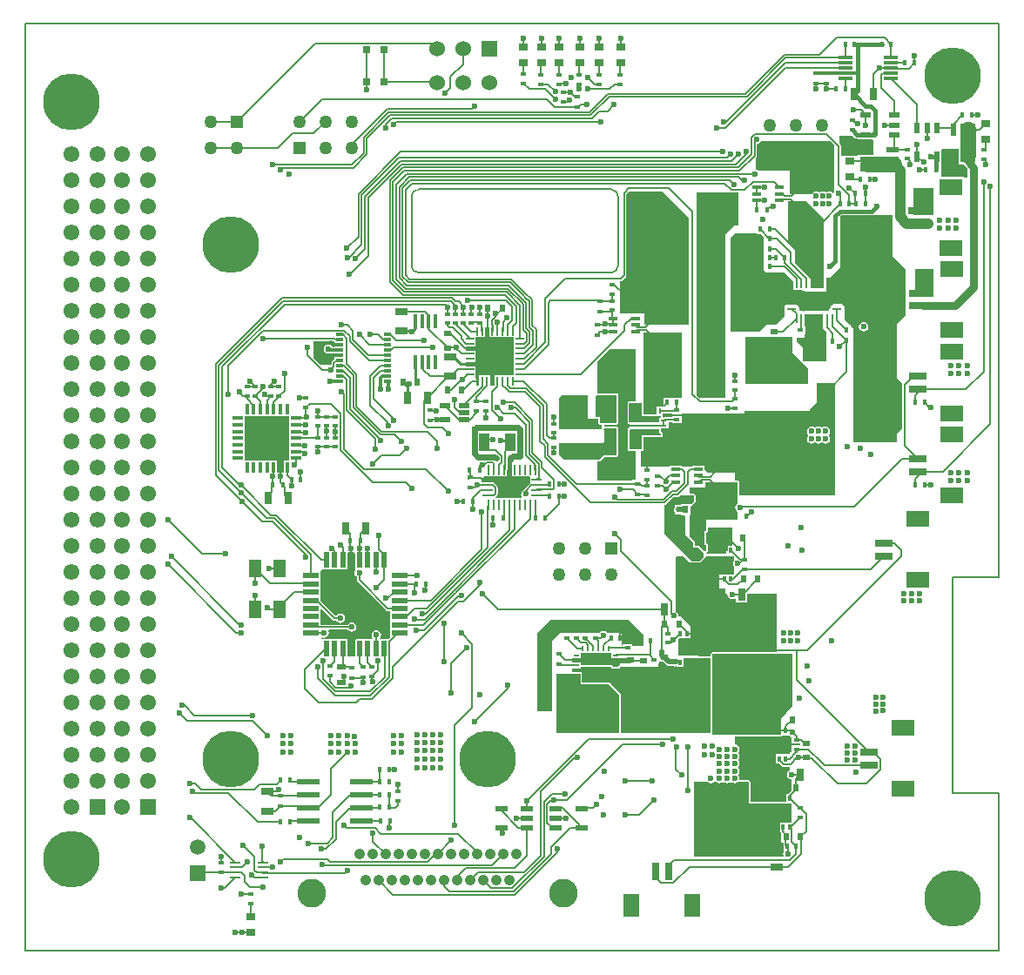
<source format=gtl>
G04*
G04 #@! TF.GenerationSoftware,Altium Limited,Altium Designer,18.1.9 (240)*
G04*
G04 Layer_Physical_Order=1*
G04 Layer_Color=255*
%FSLAX44Y44*%
%MOMM*%
G71*
G01*
G75*
%ADD10C,0.2540*%
%ADD11C,0.2000*%
%ADD14C,0.1524*%
%ADD16C,0.1520*%
%ADD18C,0.1500*%
%ADD19C,0.5000*%
%ADD21R,0.8000X1.3000*%
%ADD22R,1.1112X0.2540*%
%ADD23R,1.6000X1.0000*%
%ADD24R,0.4500X0.6000*%
%ADD25R,0.4000X0.6000*%
%ADD26R,0.6000X0.8000*%
%ADD27R,1.3000X0.8000*%
%ADD28R,0.3000X0.6000*%
%ADD29R,1.6000X0.6000*%
%ADD30R,2.4000X1.6000*%
%ADD31R,0.6000X0.4000*%
%ADD32R,0.7000X1.8000*%
%ADD33R,1.6000X2.2000*%
%ADD34R,0.2600X0.9000*%
%ADD35R,0.9000X0.2600*%
%ADD36R,2.9500X1.9500*%
%ADD37C,0.6000*%
%ADD38R,0.8000X0.5500*%
%ADD39R,0.8000X0.6000*%
%ADD40R,0.6000X0.4500*%
%ADD41R,1.1000X0.6000*%
%ADD42R,0.5032X0.3556*%
%ADD43R,0.7500X0.7000*%
%ADD44R,1.0400X0.3300*%
%ADD45R,0.3300X1.0400*%
%ADD46R,3.7000X3.7000*%
%ADD47R,0.9000X0.5000*%
%ADD48R,2.2000X0.6000*%
%ADD49R,5.5000X1.4300*%
%ADD50R,0.7000X1.3000*%
%ADD51R,0.9000X0.7000*%
%ADD52R,1.2700X0.5588*%
%ADD53R,1.4500X0.3000*%
%ADD54R,0.6000X1.1000*%
%ADD55R,0.5588X1.2700*%
%ADD56R,1.0000X1.6000*%
%ADD57R,1.3000X0.7000*%
%ADD58R,0.8400X0.2600*%
%ADD59R,0.2600X0.8400*%
%ADD60R,3.6000X3.6000*%
%ADD61R,0.4500X1.3500*%
%ADD62R,1.0000X0.4700*%
%ADD63R,1.0000X0.2500*%
%ADD64R,0.2500X1.0000*%
%ADD65R,3.4000X0.9800*%
%ADD66R,0.7000X0.3000*%
%ADD67R,1.8000X0.7000*%
%ADD68R,2.2000X1.6000*%
%ADD69R,1.2200X0.6000*%
%ADD70R,1.2000X1.8000*%
%ADD71R,1.5000X0.5500*%
%ADD72R,0.5500X1.5000*%
%ADD73R,1.0000X1.8000*%
%ADD74R,0.8500X0.3500*%
%ADD75R,0.2400X0.6000*%
%ADD76R,0.6000X0.2400*%
%ADD77R,0.2400X0.5750*%
%ADD78R,0.5750X0.2400*%
%ADD138R,1.7900X0.2200*%
%ADD139R,2.7000X0.8500*%
%ADD140R,2.7000X1.4500*%
%ADD141C,0.2500*%
%ADD142C,0.3000*%
%ADD143C,0.6000*%
%ADD144C,0.4000*%
%ADD145C,0.4500*%
%ADD146C,1.0000*%
%ADD147C,1.5000*%
%ADD148C,0.7500*%
%ADD149C,1.0668*%
%ADD150C,2.7940*%
%ADD151C,1.2700*%
%ADD152R,1.2700X1.2700*%
%ADD153R,1.5240X1.5240*%
%ADD154C,1.5240*%
%ADD155C,2.5400*%
%ADD156R,1.5500X1.5500*%
%ADD157C,1.5500*%
%ADD158C,1.5000*%
%ADD159R,1.5000X1.5000*%
%ADD160C,5.5000*%
G36*
X805943Y791152D02*
X805943Y791152D01*
X807191Y790318D01*
X808664Y790025D01*
X808664Y790025D01*
X809916D01*
Y789349D01*
X823964D01*
X824504Y788303D01*
Y774511D01*
X809916D01*
Y772946D01*
X807877D01*
Y773470D01*
X795829D01*
Y772946D01*
X793609D01*
Y782604D01*
X793431Y783496D01*
X792926Y784252D01*
X791464Y785714D01*
Y792484D01*
X804612D01*
X805943Y791152D01*
D02*
G37*
G36*
X907526Y765192D02*
X912806D01*
X913021Y764759D01*
X913045Y764738D01*
X913059Y764711D01*
X915924Y761077D01*
Y752500D01*
X912864D01*
Y752772D01*
X890524D01*
Y765192D01*
X890968D01*
Y779240D01*
X892014Y779780D01*
X907526D01*
Y765192D01*
D02*
G37*
G36*
X786384Y784202D02*
Y737815D01*
X785508Y737454D01*
X785114Y737370D01*
X783690Y738322D01*
X781925Y738673D01*
X780160Y738322D01*
X778790Y737406D01*
X778686Y737562D01*
X777190Y738561D01*
X775425Y738913D01*
X773660Y738561D01*
X772163Y737562D01*
X772059Y737406D01*
X770690Y738322D01*
X768925Y738673D01*
X767160Y738322D01*
X765663Y737322D01*
X764973Y736288D01*
X743204D01*
Y749222D01*
X743126Y749400D01*
Y759341D01*
X712586D01*
X711619Y759987D01*
X710184Y760273D01*
Y771302D01*
X711022Y772140D01*
X711527Y772896D01*
X711705Y773788D01*
Y784785D01*
X713229Y785089D01*
X714726Y786088D01*
X715668Y787498D01*
X783088D01*
X786384Y784202D01*
D02*
G37*
G36*
X883000Y715664D02*
X863600D01*
Y742028D01*
X883000D01*
Y715664D01*
D02*
G37*
G36*
X759743Y728980D02*
X776224Y712499D01*
X776224Y645858D01*
X775326Y644960D01*
X763524Y644963D01*
Y654278D01*
X762686Y655116D01*
Y655142D01*
X762660D01*
X748284Y669519D01*
Y681926D01*
X741870Y688340D01*
Y728980D01*
X759743Y728980D01*
D02*
G37*
G36*
X882904Y636576D02*
X865124D01*
Y662940D01*
X882904D01*
Y636576D01*
D02*
G37*
G36*
X711358Y697302D02*
X715511D01*
X718350Y694463D01*
Y662628D01*
X720890Y660088D01*
X738670D01*
X747039Y651720D01*
Y643094D01*
X755664D01*
X756450Y642308D01*
X758234D01*
Y623790D01*
X756441Y621997D01*
X751536Y626902D01*
Y627592D01*
X750846D01*
X749805Y628633D01*
X740867D01*
X739615Y628652D01*
X739615Y628653D01*
Y628653D01*
X739535Y628732D01*
X738670Y627868D01*
X738670Y627801D01*
X738670Y617498D01*
X730460Y609288D01*
X721541D01*
X714233Y601980D01*
X685644D01*
Y646840D01*
Y693422D01*
X690410Y698188D01*
X711358Y698188D01*
Y697302D01*
D02*
G37*
G36*
X645414Y712964D02*
Y609390D01*
X601951Y609390D01*
X601951Y620522D01*
X578104Y620522D01*
Y651427D01*
X578967D01*
X579859Y651605D01*
X580615Y652110D01*
X583990Y655485D01*
X584495Y656241D01*
X584673Y657133D01*
Y736317D01*
X587360Y739003D01*
X619374D01*
X645414Y712964D01*
D02*
G37*
G36*
X775540Y605423D02*
X778675Y602288D01*
Y573728D01*
X756175D01*
Y586704D01*
X750080Y592798D01*
Y596588D01*
X757700Y596588D01*
Y600104D01*
X758434D01*
Y607152D01*
X757700D01*
Y619448D01*
X775540Y619448D01*
Y605423D01*
D02*
G37*
G36*
X300427Y592752D02*
X300626Y592619D01*
Y587483D01*
X298562D01*
X297902Y588471D01*
X296405Y589471D01*
X294640Y589823D01*
X292875Y589471D01*
X291378Y588471D01*
X290378Y586975D01*
X290027Y585210D01*
X290378Y583445D01*
X291378Y581948D01*
X292875Y580948D01*
X294640Y580597D01*
X296405Y580948D01*
X296957Y581317D01*
X300626D01*
Y575727D01*
X300265Y575486D01*
X298466Y573687D01*
X297961Y572930D01*
X297783Y572038D01*
Y570045D01*
X286971D01*
X280306Y576710D01*
Y593417D01*
X299762D01*
X300427Y592752D01*
D02*
G37*
G36*
X746020Y581391D02*
X760984Y566427D01*
Y551629D01*
X700024D01*
X700024Y596885D01*
X746020D01*
X746020Y581391D01*
D02*
G37*
G36*
X451396Y597034D02*
X475346D01*
Y588084D01*
Y578084D01*
Y568084D01*
Y559782D01*
X456396D01*
Y550125D01*
X452044D01*
Y559782D01*
X441396D01*
Y550125D01*
X438313D01*
X438243Y550295D01*
Y556430D01*
X437653Y557020D01*
X438094Y558084D01*
X438094D01*
Y568732D01*
X428399D01*
Y573084D01*
X438094D01*
Y583732D01*
X428399D01*
Y588084D01*
X438094D01*
Y597034D01*
X447044D01*
Y606468D01*
X451396D01*
Y597034D01*
D02*
G37*
G36*
X685823Y738012D02*
X686714Y737834D01*
X693252D01*
Y705723D01*
X689242D01*
X681084Y697565D01*
Y538293D01*
X655508D01*
X652974Y540826D01*
Y698413D01*
Y738124D01*
X685655D01*
X685823Y738012D01*
D02*
G37*
G36*
X593515Y534840D02*
X592275D01*
X591109Y534357D01*
X591092Y534316D01*
X587219D01*
X586053Y533833D01*
X585570Y532667D01*
X585570Y514129D01*
X586053Y512962D01*
X587219Y512479D01*
X587391Y512307D01*
X587391Y509670D01*
X586825Y508635D01*
X586250Y508059D01*
X585766Y506892D01*
X585766Y487754D01*
X586250Y486588D01*
X587416Y486105D01*
X592072D01*
X592275Y486021D01*
X593515D01*
X593515Y458206D01*
X590574D01*
Y457962D01*
X556564D01*
Y475870D01*
X558069D01*
X559236Y476354D01*
X563503Y480621D01*
X575160Y480621D01*
X576326Y481104D01*
X576810Y482270D01*
Y508186D01*
X576684Y508489D01*
X576684Y508818D01*
X576452Y509050D01*
X576326Y509353D01*
X576023Y509478D01*
X575791Y509710D01*
X575616Y509783D01*
X575297Y509783D01*
X575004Y509908D01*
X563734Y510044D01*
X563074Y511314D01*
X563467Y512063D01*
X575261Y512063D01*
X576427Y512547D01*
X576910Y513713D01*
X576910Y540690D01*
X576427Y541857D01*
X575261Y542340D01*
X556564Y542340D01*
Y573821D01*
X568062Y585320D01*
X593515D01*
X593515Y534840D01*
D02*
G37*
G36*
X787384Y552418D02*
X787384Y522597D01*
Y442766D01*
X694693D01*
Y455930D01*
X694210Y457096D01*
X693044Y457580D01*
X690100D01*
Y464899D01*
X663661D01*
X660208Y468352D01*
Y472054D01*
X648660D01*
Y471111D01*
X647088D01*
X646196Y470933D01*
X646152Y470904D01*
X639338D01*
X639297Y470932D01*
X638406Y471109D01*
X638208D01*
Y472054D01*
X626660D01*
Y470904D01*
X598948D01*
Y486034D01*
X600082Y486504D01*
X600980Y487402D01*
X601463Y488568D01*
X601463Y492361D01*
X600980Y493528D01*
X600877Y493571D01*
Y499760D01*
X618391D01*
X619557Y500243D01*
X620041Y501409D01*
Y503161D01*
X619557Y504328D01*
X618391Y504811D01*
X618077D01*
Y507790D01*
X618325Y508161D01*
X625475D01*
Y514397D01*
X629206D01*
Y513204D01*
X638254D01*
Y520252D01*
X629206D01*
Y519059D01*
X621794D01*
X621139Y518928D01*
X620284Y519382D01*
X619869Y519718D01*
Y520361D01*
X619675Y520829D01*
Y522555D01*
X629206D01*
Y522204D01*
X638254D01*
Y522597D01*
X699394D01*
Y525330D01*
X761704D01*
X762871Y525813D01*
X763348Y526965D01*
X769862Y533480D01*
X769863Y552418D01*
X787384Y552418D01*
D02*
G37*
G36*
X638311Y538270D02*
X620929D01*
Y529447D01*
X619675Y529409D01*
Y529409D01*
X614227D01*
Y522011D01*
X601135D01*
Y529031D01*
X601291Y529409D01*
X601291Y533190D01*
X601135Y533569D01*
Y601698D01*
X638311D01*
Y538270D01*
D02*
G37*
G36*
X256726Y515040D02*
X256726D01*
Y514888D01*
X256726D01*
Y508540D01*
X256726D01*
Y508388D01*
X256726D01*
Y503158D01*
X256726Y502040D01*
X256726D01*
Y501888D01*
X256726D01*
Y495540D01*
X256726D01*
Y495388D01*
X256726D01*
Y490158D01*
X256726Y489040D01*
X256726D01*
Y488888D01*
X256726D01*
Y483658D01*
X256726Y482540D01*
X256726D01*
Y482388D01*
X256726D01*
Y477088D01*
X251426D01*
Y465342D01*
X244774D01*
Y477088D01*
X239544D01*
X238426Y477088D01*
Y477088D01*
X238274D01*
Y477088D01*
X231926D01*
Y477088D01*
X231774D01*
Y477088D01*
X225426D01*
Y477088D01*
X225274D01*
Y477088D01*
X218926D01*
Y477088D01*
X218774D01*
Y477088D01*
X213474D01*
Y482388D01*
X213474D01*
Y482540D01*
X213474D01*
Y488888D01*
X213474D01*
Y489040D01*
X213474D01*
Y495388D01*
X213474D01*
Y495540D01*
X213474D01*
Y501888D01*
X213474D01*
Y502040D01*
X213474D01*
Y508388D01*
X213474D01*
Y508540D01*
X213474D01*
Y514888D01*
X213474D01*
Y515040D01*
X213474D01*
Y520340D01*
X218774D01*
X218774Y520340D01*
X218926D01*
Y520340D01*
X220044Y520340D01*
X225274D01*
Y520340D01*
X225426D01*
Y520340D01*
X231774D01*
Y520340D01*
X231926D01*
Y520340D01*
X238274D01*
Y520340D01*
X238426D01*
Y520340D01*
X244774D01*
Y520340D01*
X244926D01*
Y520340D01*
X251274D01*
Y520340D01*
X251426D01*
Y520340D01*
X256726D01*
Y515040D01*
D02*
G37*
G36*
X599642Y533190D02*
X599642Y529409D01*
X599227D01*
Y520361D01*
X618219D01*
Y518609D01*
X616427D01*
Y514129D01*
X587219Y514129D01*
X587219Y532667D01*
X592275D01*
Y533190D01*
X599642Y533190D01*
D02*
G37*
G36*
X575261Y540690D02*
X575261Y513713D01*
X558952Y513713D01*
Y519016D01*
X554990D01*
X554990Y539793D01*
X555887Y540690D01*
X575261Y540690D01*
D02*
G37*
G36*
X547370Y517190D02*
X557303D01*
Y513713D01*
X557786Y512547D01*
X558952Y512063D01*
X560990D01*
Y507671D01*
X519092D01*
Y537812D01*
X521970Y540690D01*
X547370D01*
Y517190D01*
D02*
G37*
G36*
X843280Y715518D02*
X843280Y675832D01*
X855726Y663044D01*
Y618468D01*
X847568Y610310D01*
X847568Y557466D01*
X852990Y551895D01*
X852834Y551116D01*
Y508067D01*
X847568Y502800D01*
Y494988D01*
X805248Y494988D01*
X805248Y605295D01*
X802327Y608217D01*
Y608711D01*
X801833D01*
X797090Y613453D01*
X797090Y627068D01*
X794550Y629608D01*
X785440D01*
Y628652D01*
X784381Y627592D01*
X783189D01*
Y626400D01*
X781557Y624768D01*
X778659D01*
Y654668D01*
X782940D01*
X792940Y664668D01*
X792940Y714581D01*
X793877Y715518D01*
X843280Y715518D01*
D02*
G37*
G36*
X616427Y507790D02*
Y503161D01*
X618391D01*
Y501409D01*
X599227D01*
Y492361D01*
X599814D01*
X599814Y488568D01*
X598916Y487670D01*
X592275Y487670D01*
Y487754D01*
X587416D01*
X587416Y506892D01*
X588314Y507790D01*
X616427Y507790D01*
D02*
G37*
G36*
X574984Y508259D02*
X575160Y508186D01*
Y482270D01*
X562820Y482271D01*
X558069Y477520D01*
X524180D01*
X519104Y482596D01*
Y493701D01*
X561511D01*
X562678Y494184D01*
X563161Y495350D01*
Y506018D01*
X562678Y507185D01*
X563058Y508402D01*
X574984Y508259D01*
D02*
G37*
G36*
X473130Y474200D02*
Y461376D01*
X489694D01*
X490880Y461174D01*
Y455131D01*
X490756Y455048D01*
X485016Y449308D01*
X484511Y448552D01*
X484499Y448494D01*
X483402Y447762D01*
X482402Y446265D01*
X482051Y444500D01*
X482402Y442735D01*
X483098Y441694D01*
X482509Y440424D01*
X457651D01*
X457266Y441694D01*
X457352Y441752D01*
X458852Y443252D01*
X459357Y444008D01*
X459535Y444900D01*
Y450500D01*
X459357Y451392D01*
X458852Y452148D01*
X456042Y454959D01*
X455928Y455034D01*
Y456174D01*
X443904D01*
Y459320D01*
X446957Y462373D01*
X448130Y461887D01*
Y461376D01*
X468678D01*
Y467582D01*
X468771Y467722D01*
X468949Y468614D01*
Y474200D01*
X473130D01*
D02*
G37*
G36*
X650240Y437251D02*
X647416Y434427D01*
X646554Y434784D01*
Y434784D01*
X637506D01*
Y433784D01*
X631444D01*
Y431229D01*
X631177Y430830D01*
X630865Y429260D01*
X631177Y427690D01*
X631444Y427291D01*
Y424736D01*
X637506D01*
Y423736D01*
X641132D01*
X642030Y422838D01*
X642030Y404774D01*
X649192Y397612D01*
Y392128D01*
X654676D01*
X659516Y387288D01*
X659516Y383418D01*
X655320Y379222D01*
X647534D01*
X621792Y406251D01*
Y433651D01*
X622634Y433818D01*
X623390Y434324D01*
X630776Y441709D01*
X634232D01*
X635124Y441887D01*
X635880Y442392D01*
X636505Y443017D01*
X650240D01*
Y437251D01*
D02*
G37*
G36*
X693044Y435463D02*
X691682Y434554D01*
X690683Y433057D01*
X690331Y431292D01*
X690683Y429527D01*
X691682Y428030D01*
X693044Y427121D01*
Y419200D01*
X661924D01*
Y408084D01*
X660304D01*
Y395036D01*
X661924D01*
Y389134D01*
X660106D01*
X659795Y389342D01*
X655842Y393294D01*
X654676Y393778D01*
X650842D01*
Y397612D01*
X650358Y398778D01*
X646135Y403002D01*
Y423736D01*
X646554D01*
Y431803D01*
X647416Y432777D01*
X647719Y432903D01*
X648047D01*
X648279Y433135D01*
X648583Y433260D01*
X651406Y436084D01*
X651890Y437251D01*
Y443017D01*
X651406Y444183D01*
X650240Y444666D01*
X646135D01*
Y451009D01*
X661302D01*
Y455930D01*
X693044D01*
Y435463D01*
D02*
G37*
G36*
X687324Y394444D02*
X683246D01*
Y388620D01*
X681736D01*
X681736Y386080D01*
X662414Y386080D01*
X662305Y386311D01*
X662945Y387908D01*
X663090Y387968D01*
X663574Y389134D01*
Y395036D01*
X663090Y396202D01*
X661954Y396673D01*
Y406447D01*
X663090Y406918D01*
X663574Y408084D01*
Y412242D01*
X687324Y412242D01*
Y394444D01*
D02*
G37*
G36*
X320794Y386674D02*
Y371080D01*
X320794D01*
X321063Y370576D01*
X320542Y369797D01*
X320191Y368032D01*
X320542Y366267D01*
X321542Y364770D01*
X322486Y364140D01*
Y360841D01*
X322662Y359954D01*
X323165Y359202D01*
X350902Y331465D01*
X351654Y330962D01*
X352542Y330785D01*
X355044D01*
Y320830D01*
Y312830D01*
Y304856D01*
X353316Y303128D01*
X345519D01*
X345043Y304398D01*
X345830Y305575D01*
X346181Y307340D01*
X345830Y309105D01*
X344830Y310602D01*
X343333Y311602D01*
X341568Y311953D01*
X339803Y311602D01*
X338306Y310602D01*
X337307Y309105D01*
X336955Y307340D01*
X337307Y305575D01*
X338093Y304398D01*
X337690Y303324D01*
X337530Y303128D01*
X320794D01*
Y286512D01*
X313342D01*
Y303128D01*
X288946D01*
X287876Y304198D01*
X288686Y305184D01*
X289003Y304972D01*
X290768Y304621D01*
X292533Y304972D01*
X294030Y305972D01*
X295030Y307469D01*
X295381Y309234D01*
X295030Y310999D01*
X294789Y311359D01*
X295468Y312629D01*
X313616D01*
X314238Y311698D01*
X315735Y310699D01*
X317500Y310347D01*
X319265Y310699D01*
X320762Y311698D01*
X321762Y313195D01*
X322113Y314960D01*
X321762Y316725D01*
X320762Y318222D01*
X319265Y319221D01*
X317500Y319573D01*
X315735Y319221D01*
X314238Y318222D01*
X313616Y317291D01*
X287092D01*
Y320830D01*
Y332607D01*
X288265Y333093D01*
X299297Y322062D01*
X300053Y321557D01*
X300945Y321379D01*
X302484D01*
X303106Y320448D01*
X304603Y319449D01*
X306368Y319097D01*
X308133Y319449D01*
X309630Y320448D01*
X310630Y321945D01*
X310981Y323710D01*
X310630Y325475D01*
X309630Y326972D01*
X308133Y327971D01*
X306368Y328323D01*
X304603Y327971D01*
X303106Y326972D01*
X302914Y326684D01*
X301391Y326560D01*
X287092Y340859D01*
Y352830D01*
Y360830D01*
Y369378D01*
X287092Y369378D01*
X287092D01*
X287939Y370235D01*
X287946Y370242D01*
X288794Y371080D01*
Y371080D01*
X288794Y371080D01*
X313342D01*
Y387565D01*
X319895Y387571D01*
X320794Y386674D01*
D02*
G37*
G36*
X640477Y384240D02*
X646339Y378084D01*
X646359Y378076D01*
X646367Y378056D01*
X646933Y377821D01*
X647494Y377573D01*
X647514Y377581D01*
X647534Y377572D01*
X655320D01*
X656486Y378056D01*
X660682Y382252D01*
X661000Y383018D01*
X661165Y383418D01*
X661945Y384196D01*
X688753Y384140D01*
X688904Y383989D01*
Y378705D01*
X688782Y378523D01*
X688431Y376757D01*
X688782Y374992D01*
X688904Y374810D01*
Y366444D01*
X683246D01*
Y366444D01*
X682559Y365759D01*
X675294Y365782D01*
X675294Y347472D01*
X682389D01*
X682891Y346860D01*
X683242Y345095D01*
X684242Y343598D01*
X685739Y342598D01*
X687504Y342247D01*
X689269Y342598D01*
X690030Y343107D01*
X691300Y342428D01*
Y339026D01*
X702348D01*
Y347472D01*
X730803Y347472D01*
X730803Y290529D01*
X694944Y290529D01*
Y290529D01*
X694844Y290429D01*
X668020Y290430D01*
X666854Y289946D01*
X666370Y288780D01*
Y286203D01*
X654304D01*
X654304Y302156D01*
X635000Y302156D01*
Y303457D01*
X635703Y304160D01*
X639958D01*
Y304234D01*
X646554D01*
Y316106D01*
X637556Y325104D01*
X635821D01*
X635081Y326006D01*
X634729Y327771D01*
X633730Y329267D01*
X632616Y330011D01*
X632616Y383358D01*
X633515Y384255D01*
X640477Y384240D01*
D02*
G37*
G36*
X586269Y322044D02*
X600964Y307349D01*
Y297054D01*
X590248Y297054D01*
Y298508D01*
X581200D01*
Y297063D01*
X579924D01*
Y308233D01*
X578385Y309772D01*
X565669D01*
X565626Y309837D01*
X564129Y310837D01*
X562364Y311188D01*
X560599Y310837D01*
X559103Y309837D01*
X559059Y309772D01*
X520171D01*
X512004Y301606D01*
Y274904D01*
X512002Y233150D01*
X498763Y233138D01*
X497864Y234035D01*
Y309205D01*
X510703Y322044D01*
X567224Y322044D01*
X586269Y322044D01*
D02*
G37*
G36*
X569590Y285079D02*
X578388D01*
X578388Y278374D01*
X577222Y277890D01*
X576740Y276729D01*
X571238D01*
X570756Y277890D01*
X569590Y278374D01*
X540138D01*
Y280527D01*
X531664D01*
X531664Y285079D01*
X540138D01*
Y290029D01*
X569590D01*
Y285079D01*
D02*
G37*
G36*
X666370Y284553D02*
X666370Y211654D01*
X579134Y211654D01*
X579034Y211804D01*
Y249577D01*
X578550Y250744D01*
X570088Y259206D01*
Y260577D01*
X568717D01*
X568530Y260764D01*
X567952Y261003D01*
X567376Y261248D01*
X541490Y261446D01*
Y269868D01*
X541007Y271034D01*
X539840Y271517D01*
X531770D01*
Y275079D01*
X540138D01*
Y276724D01*
X569590D01*
Y275079D01*
X578388D01*
Y276724D01*
X615484Y276724D01*
Y279840D01*
X616291D01*
Y281344D01*
X620006D01*
X622846Y278503D01*
X624178Y277614D01*
X625748Y277301D01*
X630175D01*
X630413Y277143D01*
X632178Y276791D01*
X632953Y276945D01*
X633910Y276160D01*
Y276160D01*
X639958D01*
Y284553D01*
X666370Y284553D01*
D02*
G37*
G36*
X539840Y260279D02*
X539964D01*
Y259809D01*
X567363Y259598D01*
X577384Y249577D01*
Y211804D01*
X516910Y211804D01*
Y269868D01*
X539840D01*
Y260279D01*
D02*
G37*
G36*
X745972Y288780D02*
Y237884D01*
X734853Y225622D01*
Y210366D01*
X716139D01*
Y210324D01*
X668020Y210324D01*
X668020Y288780D01*
X745972Y288780D01*
D02*
G37*
G36*
X742760Y209360D02*
X744257Y208361D01*
X745569Y208099D01*
Y201817D01*
X753910D01*
Y199865D01*
X745569D01*
Y193040D01*
X743803D01*
Y191792D01*
X743589Y191649D01*
X742437Y191366D01*
Y191366D01*
X736389D01*
X736388Y191366D01*
X735937D01*
Y191366D01*
X735118Y191366D01*
X729889D01*
Y182318D01*
X732907D01*
X735531Y179693D01*
X736288Y179188D01*
X737180Y179011D01*
X743803D01*
Y176062D01*
X743519Y176005D01*
X742022Y175006D01*
X741022Y173509D01*
X740671Y171744D01*
X741022Y169979D01*
X742022Y168482D01*
X743519Y167482D01*
X745284Y167131D01*
X745549Y166914D01*
X745549Y163804D01*
X744932D01*
Y156052D01*
X742024Y153144D01*
X740316D01*
Y144780D01*
X705230D01*
Y164630D01*
X704746Y165796D01*
X703580Y166280D01*
X695207D01*
X694401Y167261D01*
X694477Y167640D01*
X694126Y169405D01*
X693126Y170902D01*
Y171628D01*
X694126Y173125D01*
X694477Y174890D01*
X694126Y176655D01*
X693126Y178152D01*
Y178878D01*
X694126Y180375D01*
X694477Y182140D01*
X694126Y183905D01*
X693126Y185402D01*
X693577Y186628D01*
X694143Y187476D01*
X694494Y189241D01*
X694143Y191006D01*
X693143Y192502D01*
Y193080D01*
X694143Y194576D01*
X694494Y196341D01*
X694143Y198107D01*
X693143Y199603D01*
X691646Y200603D01*
X689881Y200954D01*
X689864Y200968D01*
Y208675D01*
X716139Y208675D01*
X716238Y208716D01*
X734853D01*
X736020Y209199D01*
X736284Y209838D01*
X742441D01*
X742760Y209360D01*
D02*
G37*
G36*
X703580Y143130D02*
X745534D01*
X745549Y143115D01*
Y125144D01*
X740316D01*
Y125144D01*
X739864D01*
Y125144D01*
X733816D01*
Y116096D01*
X734509D01*
Y116090D01*
X734687Y115198D01*
X735192Y114442D01*
X735352Y114282D01*
Y105456D01*
X737223D01*
Y102830D01*
X737260Y102645D01*
Y97076D01*
X737260D01*
X737726Y96205D01*
X737419Y95745D01*
X737067Y93980D01*
X737320Y92710D01*
X736525Y91440D01*
X650404D01*
Y164630D01*
X663340D01*
X663508Y164378D01*
X665004Y163379D01*
X666770Y163027D01*
X668535Y163379D01*
X670031Y164378D01*
X670199Y164630D01*
X671434D01*
X671602Y164378D01*
X673099Y163379D01*
X674864Y163027D01*
X676629Y163379D01*
X677828Y164179D01*
X678614Y164302D01*
X679400Y164179D01*
X680599Y163379D01*
X682364Y163027D01*
X684129Y163379D01*
X685328Y164179D01*
X686114Y164302D01*
X686900Y164179D01*
X688099Y163379D01*
X689864Y163027D01*
X691629Y163379D01*
X693126Y164378D01*
X693294Y164630D01*
X703580D01*
Y143130D01*
D02*
G37*
%LPC*%
G36*
X771401Y510313D02*
X769636Y509962D01*
X768139Y508962D01*
X768036Y508806D01*
X766666Y509721D01*
X764901Y510073D01*
X763136Y509721D01*
X761639Y508722D01*
X760639Y507225D01*
X760288Y505460D01*
X760639Y503695D01*
X761440Y502496D01*
X761561Y501650D01*
X761440Y500804D01*
X760639Y499605D01*
X760288Y497840D01*
X760639Y496075D01*
X761639Y494578D01*
X763136Y493578D01*
X764901Y493227D01*
X766666Y493578D01*
X768151Y494571D01*
X769636Y493578D01*
X771401Y493227D01*
X773166Y493578D01*
X774651Y494571D01*
X776136Y493578D01*
X777901Y493227D01*
X779666Y493578D01*
X781162Y494578D01*
X782162Y496075D01*
X782513Y497840D01*
X782162Y499605D01*
X781361Y500804D01*
X781241Y501650D01*
X781361Y502496D01*
X782162Y503695D01*
X782513Y505460D01*
X782162Y507225D01*
X781162Y508722D01*
X779666Y509721D01*
X777901Y510073D01*
X776136Y509721D01*
X774766Y508806D01*
X774662Y508962D01*
X773166Y509962D01*
X771401Y510313D01*
D02*
G37*
G36*
X815340Y611673D02*
X813575Y611321D01*
X812078Y610322D01*
X811078Y608825D01*
X810727Y607060D01*
X811078Y605295D01*
X812078Y603798D01*
X813575Y602799D01*
X815340Y602447D01*
X817105Y602799D01*
X818602Y603798D01*
X819602Y605295D01*
X819953Y607060D01*
X819602Y608825D01*
X818602Y610322D01*
X817105Y611321D01*
X815340Y611673D01*
D02*
G37*
%LPD*%
D10*
X734472Y171744D02*
X735456Y170760D01*
Y157280D02*
Y170760D01*
Y153736D02*
Y157280D01*
X730340Y148620D02*
X735456Y153736D01*
D11*
X365500Y622148D02*
X388620D01*
X392500Y612140D02*
Y618268D01*
X388620Y622148D02*
X392500Y618268D01*
X513649Y512871D02*
Y519237D01*
X694944Y432244D02*
X806132D01*
X578866Y389352D02*
Y400050D01*
Y389352D02*
X628468Y339749D01*
X573024Y405892D02*
X578866Y400050D01*
X694944Y431292D02*
Y432244D01*
X806132D02*
X852654Y478766D01*
X628468Y328006D02*
Y339749D01*
Y328006D02*
X630468Y326006D01*
X855408Y491428D02*
X868070Y478766D01*
X469392Y255029D02*
Y258572D01*
X437382Y223018D02*
X469392Y255029D01*
X405240Y509550D02*
X411370Y503420D01*
X391227Y509550D02*
X405240D01*
X387858Y535186D02*
X391046Y538374D01*
X387858Y512919D02*
Y535186D01*
Y512919D02*
X391227Y509550D01*
X683401Y528179D02*
X690270D01*
X441898Y625856D02*
Y627380D01*
Y620896D02*
Y625856D01*
X852654Y478766D02*
X868070D01*
X855408Y491428D02*
Y551116D01*
X862076Y557784D01*
X866843D01*
X868070Y559011D01*
X679971Y472440D02*
X687458D01*
X679971Y482025D02*
X687458D01*
X679971Y491610D02*
X687458D01*
X572764Y647954D02*
X583184Y637534D01*
X570484Y647954D02*
X572764D01*
X392500Y605244D02*
X410750Y586994D01*
X392500Y605244D02*
Y612140D01*
X386000Y572640D02*
X387096Y571544D01*
Y565475D02*
Y571544D01*
Y565475D02*
X393822Y558748D01*
X411420D01*
X441706Y620704D02*
X441898Y620896D01*
X296920Y177036D02*
X313644Y193760D01*
X296920Y151970D02*
Y177036D01*
X284264Y139314D02*
X296920Y151970D01*
X275274Y139314D02*
X284264D01*
X246720Y156940D02*
Y157100D01*
X244944Y155164D02*
X246720Y156940D01*
X235234Y155164D02*
X244944D01*
X238384Y152014D02*
X239674Y150724D01*
X247904D01*
X273864Y140724D02*
X275274Y139314D01*
X247904Y140724D02*
X273864D01*
X235234Y136164D02*
X243344D01*
X247904Y140724D01*
X273984Y150724D02*
X275174Y151914D01*
X247904Y150724D02*
X273984D01*
X694944Y501196D02*
X702430D01*
X679971D02*
X687458D01*
X694944Y491610D02*
X695025Y491692D01*
X702430D01*
X702390Y482025D02*
X702430Y482066D01*
X694944Y482025D02*
X702390D01*
X694944Y472440D02*
X702430D01*
X656434Y304434D02*
Y308684D01*
X646684Y294684D02*
X656434Y304434D01*
X643434Y308684D02*
X649934D01*
X585724Y309414D02*
X588194Y311884D01*
X585724Y304734D02*
Y309414D01*
X588264Y283324D02*
X589014Y282574D01*
X600964D01*
X411420Y558748D02*
X413330D01*
X391046Y538374D02*
X411420Y558748D01*
X413330D02*
X420490Y565908D01*
X432370D01*
X633399Y197699D02*
Y198500D01*
X632700Y197000D02*
X633399Y197699D01*
X632700Y176800D02*
Y197000D01*
X644199Y196775D02*
Y198900D01*
X644024Y196600D02*
X644199Y196775D01*
X644024Y156421D02*
Y196600D01*
X644001Y156398D02*
X644024Y156421D01*
X632700Y176800D02*
X638500Y171000D01*
X791000Y736900D02*
X792397Y735503D01*
Y726440D02*
Y735503D01*
X801060Y742380D02*
X807137Y736600D01*
D14*
X374545Y749630D02*
X684725D01*
X366794Y741879D02*
X374545Y749630D01*
X684725D02*
X688904Y745451D01*
X506884Y501180D02*
Y531736D01*
Y501180D02*
X509364Y498700D01*
X484562Y554058D02*
X506884Y531736D01*
X841994Y858314D02*
X859258D01*
X449220Y624780D02*
X449392Y624608D01*
Y602758D02*
Y602930D01*
X423944Y544000D02*
X434002Y554058D01*
X445133Y457353D02*
X459740D01*
X514559Y128630D02*
X525780D01*
X230124Y87612D02*
X231210Y86526D01*
X355133Y599400D02*
X360935Y593598D01*
X351900Y599400D02*
X355133D01*
X357940Y586740D02*
X396240D01*
X355600Y584400D02*
X357940Y586740D01*
X351900Y584400D02*
X355600D01*
X538549Y139040D02*
X552044D01*
X449314Y453311D02*
X454394D01*
X441880Y467900D02*
Y472440D01*
X240547Y461111D02*
X240840Y461404D01*
X240547Y451951D02*
Y461111D01*
X358346Y516162D02*
Y517954D01*
X338734Y537566D02*
X358346Y517954D01*
X338734Y537566D02*
Y557886D01*
X345248Y564400D01*
X351900D01*
X353060Y510540D02*
Y513080D01*
X335686Y530454D02*
X353060Y513080D01*
X335686Y530454D02*
Y559264D01*
X322062Y529695D02*
Y561253D01*
X319014Y528432D02*
Y559990D01*
X315966Y527170D02*
Y557567D01*
X309133Y559400D02*
X312918Y555615D01*
Y525907D02*
Y555615D01*
X307340Y543560D02*
X309724Y541176D01*
X335686Y559264D02*
X345822Y569400D01*
X309133Y564400D02*
X315966Y557567D01*
X467671Y486831D02*
Y495379D01*
X466647Y485807D02*
X467671Y486831D01*
X466647Y482631D02*
Y485807D01*
X466618Y482602D02*
X466647Y482631D01*
X466618Y468614D02*
Y482602D01*
X457594Y487141D02*
X463570Y481165D01*
Y475397D02*
Y481165D01*
X460904Y472731D02*
X463570Y475397D01*
X487184Y481792D02*
Y511987D01*
Y481792D02*
X495513Y473463D01*
X493256Y484308D02*
Y516348D01*
Y484308D02*
X502464Y475099D01*
X460904Y467900D02*
Y472731D01*
X502464Y470640D02*
Y475099D01*
Y470640D02*
X514390Y458714D01*
Y450330D02*
Y458714D01*
X475998Y533606D02*
X493256Y516348D01*
X465026Y533606D02*
X475998D01*
X444500Y472440D02*
X445961D01*
X441880D02*
X444500D01*
X451475Y487141D02*
X457594D01*
X443904Y494713D02*
X451475Y487141D01*
X455904Y467900D02*
Y473671D01*
X454389Y475186D02*
X455904Y473671D01*
X448707Y475186D02*
X454389D01*
X445961Y472440D02*
X448707Y475186D01*
X865704Y540213D02*
X872001Y546511D01*
X872580Y767080D02*
X873760D01*
X867444Y772216D02*
X872580Y767080D01*
X773616Y707659D02*
X792397Y726440D01*
X791708Y587714D02*
X798287Y594293D01*
X798553Y594027D01*
X784863Y607717D02*
X798287Y594293D01*
X655530Y461184D02*
X655608Y461262D01*
X462280Y517272D02*
Y517673D01*
X459108Y528320D02*
X459930D01*
X453822Y526130D02*
Y544062D01*
Y526130D02*
X462280Y517673D01*
X462574Y496567D02*
X463762Y495379D01*
X462574Y496567D02*
X470491D01*
X454973Y496692D02*
Y497166D01*
X448465D02*
X454973D01*
X465215Y523034D02*
X476138D01*
X459930Y528320D02*
X465215Y523034D01*
X464820Y533400D02*
X465026Y533606D01*
X453822Y544062D02*
X459108Y549348D01*
X476138Y523034D02*
X487184Y511987D01*
X470416Y544102D02*
X485897D01*
X471678Y547150D02*
X487160D01*
X469220Y549608D02*
X471678Y547150D01*
X467360Y547158D02*
X470416Y544102D01*
X467360Y547158D02*
X467360D01*
X464394Y550124D02*
X467360Y547158D01*
X469220Y549608D02*
Y554058D01*
X446678Y495100D02*
Y495379D01*
X465904Y467900D02*
X466618Y468614D01*
X463762Y495379D02*
X467671D01*
X824840Y833120D02*
Y853210D01*
X830388Y858758D01*
X841994D01*
X816940Y742788D02*
X817137Y742591D01*
Y736600D02*
Y742591D01*
X816940Y736403D02*
X817137Y736600D01*
X816940Y726440D02*
Y736403D01*
X832380Y839024D02*
X844940Y826464D01*
X832380Y839024D02*
Y852208D01*
X833930Y853758D01*
X841994D01*
X472368Y461953D02*
X480060Y454261D01*
Y453281D02*
Y454261D01*
X470491Y496567D02*
X471678Y495379D01*
X446678D02*
X448465Y497166D01*
X495513Y468291D02*
Y473463D01*
X497404Y448991D02*
X513051D01*
X508363Y481878D02*
Y493221D01*
X500696Y495808D02*
X505315Y491189D01*
X500696Y495808D02*
Y529303D01*
X505315Y480616D02*
Y491189D01*
Y480616D02*
X549959Y435972D01*
X503744Y497840D02*
Y530565D01*
X508363Y481878D02*
X535809Y454432D01*
X503744Y497840D02*
X508363Y493221D01*
X497404Y453400D02*
X509228D01*
X485897Y544102D02*
X500696Y529303D01*
X487160Y547150D02*
X503744Y530565D01*
X474220Y554058D02*
X484562D01*
X432364Y460780D02*
Y467416D01*
X431880Y467900D02*
X432364Y467416D01*
X442719Y459767D02*
X445133Y457353D01*
X432365Y459767D02*
X442719D01*
X432365Y450779D02*
X436972D01*
X439411Y453311D02*
X439504D01*
X436880Y450780D02*
X439411Y453311D01*
X443220Y448400D02*
X449404D01*
X435284Y440464D02*
X443220Y448400D01*
X436972Y450779D02*
X439504Y453311D01*
X420054Y436880D02*
X426284D01*
X435284Y429260D02*
Y436880D01*
Y440464D01*
X389905Y468505D02*
X411370Y447040D01*
X329394Y468505D02*
X389905D01*
X454804Y414020D02*
Y421000D01*
X441960Y355745D02*
Y358140D01*
X426325Y340110D02*
X441960Y355745D01*
X444500Y347556D02*
X459893Y332164D01*
X729062Y220401D02*
X731972D01*
X730517Y218946D02*
X734622Y214841D01*
X744242D02*
X750093Y208991D01*
X699644Y380620D02*
Y399075D01*
X698371Y380494D02*
Y380620D01*
X754686Y205341D02*
X759673Y200354D01*
X754070Y94590D02*
Y110980D01*
X459893Y332164D02*
X621904D01*
X420620Y340110D02*
X426325D01*
X375840Y746582D02*
X680298D01*
X369842Y740584D02*
X375840Y746582D01*
X369842Y657133D02*
Y740584D01*
X366794Y655871D02*
Y741879D01*
X373252Y752678D02*
X693850D01*
X363746Y743172D02*
X373252Y752678D01*
X363746Y654608D02*
Y743172D01*
X370948Y755726D02*
X709854D01*
X360680Y745458D02*
X370948Y755726D01*
X360680Y653364D02*
Y745458D01*
X749456Y158280D02*
Y167728D01*
Y157280D02*
Y158280D01*
X225250Y76240D02*
Y76352D01*
Y76240D02*
X230924D01*
X223082Y78520D02*
X225250Y76352D01*
X223082Y78520D02*
Y91692D01*
X210574Y81240D02*
X215904Y86570D01*
X203924Y81240D02*
X210574D01*
X230124Y87612D02*
Y101600D01*
X203924Y18000D02*
X211040D01*
X219649D01*
X190500Y85740D02*
Y91440D01*
X797994Y880710D02*
X798114Y880830D01*
X354715Y812800D02*
X546100Y812800D01*
X332071Y790156D02*
X354715Y812800D01*
X546100Y812800D02*
X546100Y812800D01*
X745284Y171744D02*
X753472D01*
X750093Y205341D02*
Y208991D01*
X739413Y214841D02*
X744242D01*
X749456Y167728D02*
X753472Y171744D01*
X753876Y138920D02*
X759460Y133336D01*
Y116564D02*
Y133336D01*
X753876Y110980D02*
X759460Y116564D01*
X741680Y93980D02*
Y100704D01*
X740784Y101600D02*
X741680Y100704D01*
X741420Y81940D02*
X754070Y94590D01*
X730340Y81940D02*
X741420D01*
X759573Y187674D02*
X764919D01*
X759292Y187955D02*
X759573Y187674D01*
X739554Y102830D02*
Y113376D01*
X671614Y361920D02*
Y372670D01*
X665114Y361920D02*
Y366170D01*
X671614Y353260D02*
Y361920D01*
X750093Y292730D02*
X760684D01*
X726474D02*
X750093D01*
Y263827D02*
Y292730D01*
Y263827D02*
X820440Y193480D01*
X851494Y383540D02*
Y389970D01*
X760684Y292730D02*
X851494Y383540D01*
X751840Y187955D02*
X759292D01*
X750573D02*
X751840D01*
X743251Y186842D02*
X749650Y193241D01*
X739413Y186842D02*
X743251D01*
X750093Y193241D02*
Y196341D01*
X749650Y193241D02*
X750093D01*
X736840Y116090D02*
X739554Y113376D01*
X736840Y116090D02*
Y120620D01*
X723840Y124870D02*
X733590Y134620D01*
X723840Y120620D02*
Y124870D01*
Y120620D02*
X730340D01*
X739554Y102830D02*
X740784Y101600D01*
X743340Y151164D02*
X749456Y157280D01*
X743340Y148620D02*
Y151164D01*
Y148620D02*
X753040Y138920D01*
X753876D01*
Y110980D02*
X754070D01*
X646311Y81940D02*
X730340D01*
X630411Y66040D02*
X646311Y81940D01*
X618451Y66040D02*
X630411D01*
X613030Y71462D02*
X618451Y66040D01*
X613030Y71462D02*
Y77380D01*
X702040Y422640D02*
X706120Y426720D01*
X700894Y422640D02*
X702040D01*
X666270Y461262D02*
X669828Y464820D01*
X655608Y461262D02*
X666270D01*
X655530Y461184D02*
X655530D01*
X654434Y462280D02*
X655530Y461184D01*
X699304Y371494D02*
X822298D01*
X684037Y356420D02*
X692871D01*
X679770Y360687D02*
X684037Y356420D01*
X679770Y360687D02*
Y361920D01*
X673270D02*
X679770D01*
X671614D02*
X673270D01*
X666770D02*
X671614D01*
X665114D02*
X666770D01*
X698371Y380620D02*
X699304D01*
X695570D02*
X698371D01*
X686270Y389920D02*
X695570Y380620D01*
X694635Y376757D02*
X698371Y380494D01*
X693044Y376757D02*
X694635D01*
X683399Y401320D02*
X693088Y391631D01*
X697399Y401320D02*
X699644Y399075D01*
X649975Y385873D02*
X656844D01*
X645704Y390144D02*
X649975Y385873D01*
X791278Y745626D02*
Y782604D01*
X779246Y794636D02*
X791278Y782604D01*
X709275Y794636D02*
X779246D01*
X791278Y745626D02*
X801397Y735507D01*
X699734Y740165D02*
X707643Y748074D01*
X686714Y740165D02*
X699734D01*
X680298Y746582D02*
X686714Y740165D01*
X697228Y749300D02*
X699768D01*
X693850Y752678D02*
X697228Y749300D01*
X582342Y737282D02*
X586740Y741680D01*
X625856D01*
X648716Y718820D01*
X582342Y657133D02*
Y737282D01*
X648716Y541788D02*
Y718820D01*
X368471Y759078D02*
X694664D01*
X693401Y762126D02*
X706326Y775051D01*
X367209Y762126D02*
X693401D01*
X691369Y765174D02*
X701040Y774845D01*
X365946Y765174D02*
X691369D01*
X686797Y768222D02*
X693276Y774700D01*
X364684Y768222D02*
X686797D01*
X682370Y771270D02*
X685800Y774700D01*
X707643Y748074D02*
X728304D01*
X694664Y759078D02*
X709374Y773788D01*
X711590Y742788D02*
X719192D01*
X724504Y723900D02*
X727004D01*
X721304Y720700D02*
X724504Y723900D01*
X365081Y777240D02*
X678180D01*
X363421Y771270D02*
X682370D01*
X357632Y748239D02*
X368471Y759078D01*
X354584Y749501D02*
X367209Y762126D01*
X333370Y732598D02*
X365946Y765174D01*
X330322Y733860D02*
X364684Y768222D01*
X327274Y735123D02*
X363421Y771270D01*
X324104Y736263D02*
X365081Y777240D01*
X693276Y774700D02*
X693420D01*
X701040Y774845D02*
Y777240D01*
X706178Y779577D02*
Y791540D01*
Y779577D02*
X706326Y779429D01*
Y775051D02*
Y779429D01*
X709374Y787260D02*
X711464Y789350D01*
X706178Y791540D02*
X709275Y794636D01*
X709374Y773788D02*
Y787260D01*
X324104Y694690D02*
Y736263D01*
X327274Y687192D02*
Y735123D01*
X330322Y682366D02*
Y733860D01*
X333370Y676016D02*
Y732598D01*
X519104Y434750D02*
Y441960D01*
X505354Y421000D02*
X519104Y434750D01*
X549959Y435972D02*
X621742D01*
X629810Y444040D01*
X599550Y452302D02*
X604484D01*
X597420Y454432D02*
X599550Y452302D01*
X595098Y454432D02*
X597420D01*
X590700Y448830D02*
X595098Y444432D01*
X578680Y448830D02*
X590700D01*
X621904Y318044D02*
Y332164D01*
X647088Y468780D02*
X654434D01*
X644254Y465946D02*
X647088Y468780D01*
X644254Y454062D02*
Y465946D01*
X634232Y444040D02*
X644254Y454062D01*
X629810Y444040D02*
X634232D01*
X628396Y414782D02*
X634954D01*
X489204Y632691D02*
X490214Y631681D01*
Y606797D02*
Y631681D01*
Y606797D02*
X493652Y603359D01*
X469131Y644144D02*
X484118Y629156D01*
Y604272D02*
Y629156D01*
Y604272D02*
X487556Y600834D01*
X656104Y534400D02*
X687491D01*
X648716Y541788D02*
X656104Y534400D01*
X687491D02*
X690270Y537179D01*
X415667Y335157D02*
Y335157D01*
X420620Y340110D01*
X272978Y519118D02*
Y528660D01*
Y518322D02*
X273993Y519337D01*
X296903Y532384D02*
X306676Y522611D01*
X276702Y532384D02*
X296903D01*
X272978Y528660D02*
X276702Y532384D01*
X364294Y482346D02*
X370840Y488893D01*
X346375Y482346D02*
X364294D01*
X337820Y473791D02*
X346375Y482346D01*
X292346Y99060D02*
X302260Y108974D01*
X288199Y99060D02*
X292346D01*
X302260Y108974D02*
Y126036D01*
X299212Y135232D02*
X315720Y151740D01*
X299212Y110236D02*
Y135232D01*
X293624Y104648D02*
X299212Y110236D01*
X275590Y104648D02*
X293624D01*
X370015Y455771D02*
X375960Y449827D01*
X337817Y455771D02*
X370015D01*
X306676Y486913D02*
X337817Y455771D01*
X324804Y599440D02*
X334844Y589400D01*
X351900D01*
X335280Y599440D02*
X342859D01*
X347898Y594400D01*
X318668Y594620D02*
Y603352D01*
X313120Y608900D02*
X318668Y603352D01*
X307340Y608900D02*
X313120D01*
X413330Y850210D02*
X425704Y862584D01*
X413330Y839378D02*
Y850210D01*
X408572Y834620D02*
X413330Y839378D01*
X865704Y458902D02*
X873068Y466266D01*
X816872Y812941D02*
X817164Y813234D01*
X892301Y466266D02*
X938530Y512495D01*
Y743806D01*
X931926Y563615D02*
Y748284D01*
X914822Y546511D02*
X931926Y563615D01*
X209996Y445732D02*
X234729Y421000D01*
X188426Y467303D02*
X209996Y445732D01*
X407416Y281178D02*
Y318397D01*
X357152Y276642D02*
X415667Y335157D01*
X387790Y311590D02*
X421640Y345440D01*
X387427Y317104D02*
X418699Y348376D01*
X388387Y322374D02*
X475904Y409891D01*
X470904Y409202D02*
Y433900D01*
X389362Y327660D02*
X470904Y409202D01*
X386080Y327660D02*
X389362D01*
X418699Y348376D02*
X418699D01*
X378666Y322374D02*
X388387D01*
X475904Y409891D02*
Y433900D01*
X364068Y317104D02*
X387427D01*
X418699Y348376D02*
X490904Y420581D01*
X421640Y345440D02*
X424180D01*
X357152Y265172D02*
Y276642D01*
X434546Y236282D02*
Y298742D01*
X424180Y309108D02*
X434546Y298742D01*
X414020Y279400D02*
X429260Y294640D01*
X414020Y250924D02*
Y279400D01*
X219964Y74162D02*
X222886Y71240D01*
X400636Y489068D02*
X400812Y488893D01*
X400636Y489068D02*
Y495730D01*
X391147Y505219D02*
X400636Y495730D01*
X346537Y505219D02*
X391147D01*
X395028Y882846D02*
X400304Y877570D01*
X282013Y882846D02*
X395028D01*
X551165Y809752D02*
X558277Y816864D01*
X566192D01*
X572770Y823442D01*
X356250Y809752D02*
X551165D01*
X360677Y806704D02*
X559816D01*
X549902Y812800D02*
X567888Y830786D01*
X546100Y812800D02*
X549902D01*
X350520Y804022D02*
X356250Y809752D01*
X358140Y804167D02*
X360677Y806704D01*
X358140Y803958D02*
Y804167D01*
X167864Y75984D02*
X168152Y76272D01*
X188976D01*
X189008Y76240D01*
X203924D01*
X535809Y454432D02*
X595098D01*
X603354Y444432D02*
X604484Y443302D01*
X595098Y444432D02*
X603354D01*
X205740Y806573D02*
X282013Y882846D01*
X933704Y764540D02*
Y770723D01*
X818073Y162880D02*
X831726Y176533D01*
X789713Y162880D02*
X818073D01*
X764919Y187674D02*
X789713Y162880D01*
X777610Y180340D02*
X819800D01*
X824725Y193480D02*
X831726Y186479D01*
X820440Y193480D02*
X824725D01*
X831726Y176533D02*
Y186479D01*
X819800Y180340D02*
X820440Y180980D01*
X774700Y183250D02*
X777610Y180340D01*
X578489Y314799D02*
X581734Y318044D01*
X578489Y304264D02*
Y314799D01*
X570755Y526396D02*
X570801Y526350D01*
Y518396D02*
Y526350D01*
X353452Y815848D02*
X548640Y815848D01*
X329022Y791419D02*
X353452Y815848D01*
X548640Y815848D02*
X566626Y833834D01*
X315468Y658114D02*
X333370Y676016D01*
X314706Y658114D02*
X315468D01*
X301913Y573838D02*
X305900D01*
X414020Y631952D02*
X418592Y627380D01*
X250993Y631952D02*
X414020D01*
X188426Y569385D02*
X250993Y631952D01*
X360935Y593598D02*
X387858D01*
X484803Y570908D02*
X505714Y591819D01*
Y634651D02*
X524821Y653758D01*
X578967D02*
X582342Y657133D01*
X524821Y653758D02*
X578967D01*
X570484Y632320D02*
Y638954D01*
X510960Y632714D02*
X559642D01*
X570290Y632126D02*
X570484Y632320D01*
X559054Y632126D02*
X570290D01*
X570484Y616146D02*
X571255Y615374D01*
X570484Y616146D02*
Y623320D01*
X569290Y622126D02*
X570484Y623320D01*
X559054Y622126D02*
X569290D01*
X505714Y591819D02*
Y634651D01*
X508762Y589812D02*
Y630516D01*
X484859Y565908D02*
X508762Y589812D01*
Y630516D02*
X510960Y632714D01*
X559054Y632126D02*
X559642Y632714D01*
X433832Y619590D02*
Y625602D01*
X434086Y625856D01*
X410514D02*
Y627380D01*
Y620754D02*
Y625856D01*
X418592D02*
Y627380D01*
Y620823D02*
Y625856D01*
X405638Y638048D02*
X405662Y638024D01*
X367375Y638048D02*
X405638D01*
X354584Y650839D02*
X367375Y638048D01*
X354584Y650839D02*
Y749501D01*
X357632Y652101D02*
Y748239D01*
Y652101D02*
X368637Y641096D01*
X409581D01*
X409605Y641072D01*
X360680Y653364D02*
X369900Y644144D01*
X366794Y655871D02*
X372425Y650240D01*
X373687Y653288D02*
X472933D01*
X369842Y657133D02*
X373687Y653288D01*
X363746Y654608D02*
X371162Y647192D01*
X472933Y653288D02*
X484617Y641604D01*
X371162Y647192D02*
X470393D01*
X477759Y639826D01*
X369900Y644144D02*
X469131D01*
X409605Y641072D02*
X465050D01*
X465074Y641096D01*
X467868D01*
X481070Y627894D01*
X405662Y638024D02*
X466606D01*
X477520Y627110D01*
X408990Y628904D02*
X410514Y627380D01*
X252256Y628904D02*
X408990D01*
X467546Y632714D02*
X473600Y626660D01*
X430276Y632714D02*
X467546D01*
X449392Y602930D02*
Y617489D01*
Y624608D01*
X459220Y602758D02*
Y611578D01*
X473600Y613628D02*
Y626660D01*
X469220Y609248D02*
X473600Y613628D01*
X469220Y602758D02*
Y609248D01*
X474220Y602758D02*
Y607172D01*
X477520Y610472D01*
Y627110D01*
X481070Y595908D02*
Y627894D01*
X487166Y605534D02*
X490604Y602096D01*
X487166Y605534D02*
Y630419D01*
X493652Y589757D02*
Y603359D01*
X493262Y608059D02*
Y632944D01*
Y608059D02*
X496700Y604621D01*
Y587116D02*
Y604621D01*
X372425Y650240D02*
X471656D01*
X191474Y568122D02*
X252256Y628904D01*
X471656Y650240D02*
X473180Y648716D01*
X473195D02*
X483354Y638556D01*
X473180Y648716D02*
X473195D01*
X484617Y641604D02*
X484624D01*
X492506Y633722D01*
Y633700D02*
Y633722D01*
X483354Y638556D02*
X483362D01*
X418473Y620704D02*
X418592Y620823D01*
X410464Y620704D02*
X410514Y620754D01*
X477759Y639826D02*
X477774D01*
X485493Y575908D02*
X496700Y587116D01*
X483362Y638556D02*
X487166Y634752D01*
X492506Y633700D02*
X493262Y632944D01*
X484803Y580908D02*
X493652Y589757D01*
X481070Y580908D02*
X484803D01*
X487166Y634744D02*
Y634752D01*
Y634744D02*
X489204Y632706D01*
Y632691D02*
Y632706D01*
X477774Y639826D02*
X486156Y631444D01*
Y631429D02*
Y631444D01*
Y631429D02*
X487166Y630419D01*
X490604Y591704D02*
Y602096D01*
X484809Y585908D02*
X490604Y591704D01*
X481070Y585908D02*
X484809D01*
X481070Y590908D02*
X485498D01*
X487556Y592966D02*
Y600834D01*
X485498Y590908D02*
X487556Y592966D01*
X321310Y673354D02*
X330322Y682366D01*
X672604Y800596D02*
X681216D01*
X314706Y674624D02*
X327274Y687192D01*
X313644Y674624D02*
X314706D01*
X312674Y683260D02*
X324104Y694690D01*
X222702Y156914D02*
X228174Y162386D01*
X244916D01*
X248514Y165984D01*
X481070Y575908D02*
X485493D01*
X501527Y851973D02*
Y866388D01*
X801397Y726440D02*
Y735507D01*
X293068Y505460D02*
Y508878D01*
X292100Y509846D02*
X293068Y508878D01*
Y501209D02*
Y505460D01*
X292100Y500241D02*
X293068Y501209D01*
X292100Y509846D02*
X292958Y510704D01*
X292100Y500241D02*
X292958Y499383D01*
X284814Y499384D02*
Y510744D01*
X272951Y504190D02*
X273197Y504436D01*
X264474Y504190D02*
X272951D01*
X263450Y505214D02*
X264474Y504190D01*
X284144Y498714D02*
X284814Y499384D01*
X263450Y498714D02*
X284144D01*
X309724Y488175D02*
X329394Y468505D01*
X309724Y488175D02*
Y541176D01*
X604520Y478499D02*
X605751Y479730D01*
X604520Y467536D02*
Y478499D01*
X604484Y458500D02*
X604520Y458536D01*
X604484Y452302D02*
Y458500D01*
X669828Y464820D02*
Y470904D01*
X860064Y764540D02*
Y767900D01*
X857504Y770460D02*
X860064Y767900D01*
X274320Y579400D02*
Y586740D01*
Y579400D02*
X288603Y565117D01*
X297180D01*
X318965Y761698D02*
X332071Y774804D01*
X250338Y761698D02*
X318965D01*
X248100Y759460D02*
X250338Y761698D01*
X240782Y764746D02*
X317702D01*
X240576Y764540D02*
X240782Y764746D01*
X317702D02*
X329022Y776066D01*
Y791419D01*
X425704Y862584D02*
Y877570D01*
X505190Y838470D02*
X515620Y828040D01*
X259670Y795020D02*
X280381D01*
X245823Y781173D02*
X259670Y795020D01*
X205740Y781173D02*
X245823D01*
X280381Y795020D02*
X291934Y806573D01*
X180340Y781173D02*
X205740D01*
X180340Y806573D02*
X205740D01*
X553694Y842973D02*
X557780D01*
X546890Y849777D02*
X553694Y842973D01*
X546890Y838470D02*
X568547D01*
X566626Y833834D02*
X700374D01*
X567888Y830786D02*
X701636D01*
X573050Y842973D02*
X578595D01*
X568547Y838470D02*
X573050Y842973D01*
X508307D02*
X515620Y835660D01*
X538480Y838200D02*
Y841236D01*
X490012Y838470D02*
X505190D01*
X484509Y843973D02*
X490012Y838470D01*
X501527Y842973D02*
X508307D01*
X519140Y843280D02*
X525780D01*
X519425Y854345D02*
Y866373D01*
X538443Y841273D02*
X539293Y842123D01*
X518832Y842973D02*
X519140Y843280D01*
X538443Y841273D02*
X538480Y841236D01*
X538443Y842973D02*
X539293Y842123D01*
X332071Y774804D02*
Y790156D01*
X332228Y837810D02*
Y845060D01*
X348728D02*
X399794D01*
X400304Y844550D01*
X350520Y800596D02*
Y804022D01*
X322062Y529695D02*
X346537Y505219D01*
X312572Y570742D02*
X322062Y561253D01*
X319014Y528432D02*
X345275Y502171D01*
X309604Y569400D02*
X319014Y559990D01*
X315966Y527170D02*
X345646Y497490D01*
X312918Y525907D02*
X340360Y498465D01*
X312572Y570742D02*
Y595960D01*
X345275Y502171D02*
X358989D01*
X420686Y114094D02*
X439104Y95675D01*
X345838Y114094D02*
X420686D01*
X401004Y94680D02*
X414020Y107696D01*
X312214Y119586D02*
X340346D01*
X309880Y121920D02*
X312214Y119586D01*
X340346D02*
X345838Y114094D01*
X354364Y126364D02*
X354614Y126614D01*
X354364Y119380D02*
Y126364D01*
X337820Y106584D02*
Y114300D01*
Y106584D02*
X350204Y94200D01*
X360112Y347980D02*
X362652Y350520D01*
X349068Y361060D02*
Y380104D01*
X341068Y353060D02*
X349068Y361060D01*
X283551Y341104D02*
X300945Y323710D01*
X306368D01*
X341068Y368624D02*
Y380104D01*
X226060Y125344D02*
X248514D01*
X162560Y154940D02*
X163634Y153866D01*
X197538D01*
X226060Y125344D01*
X170746Y156914D02*
X222702D01*
X165100Y162560D02*
X170746Y156914D01*
X160020Y162560D02*
X165100D01*
X152400Y238760D02*
X154940D01*
X157334Y223666D02*
X221100D01*
X149860Y231140D02*
X157334Y223666D01*
X154940Y238760D02*
X164748Y228952D01*
X221100Y223666D02*
X235326Y209440D01*
X164748Y228952D02*
X220980D01*
X315538Y139314D02*
X327274D01*
X302260Y126036D02*
X315538Y139314D01*
X315720Y151740D02*
X326644D01*
X284370Y265198D02*
Y276245D01*
Y265198D02*
X301504Y248064D01*
X289656Y264222D02*
Y281844D01*
X289560Y281940D02*
X289656Y281844D01*
Y264222D02*
X301461Y252418D01*
X296198Y261991D02*
X301791Y256398D01*
X296198Y261991D02*
Y267864D01*
X301461Y252418D02*
X335777D01*
X349394Y266035D01*
X301504Y248064D02*
X335734D01*
X301791Y256398D02*
X315762D01*
X335734Y248064D02*
X354104Y266434D01*
X272246Y274193D02*
X292157Y294104D01*
X272246Y254803D02*
Y274193D01*
X292157Y294104D02*
X293068D01*
X272246Y254803D02*
X285357Y241692D01*
X321654D01*
X417578Y219314D02*
X434546Y236282D01*
X417578Y122112D02*
Y219314D01*
X336996Y245016D02*
X357152Y265172D01*
X324978Y245016D02*
X336996D01*
X321654Y241692D02*
X324978Y245016D01*
X380248Y311590D02*
X387790D01*
X761609Y196341D02*
X774700Y183250D01*
X707614Y311590D02*
X726474Y292730D01*
X684850Y311590D02*
X707614D01*
X684850Y256404D02*
Y269680D01*
Y256404D02*
X726413Y214841D01*
X302076Y594400D02*
X305900D01*
X340360Y487680D02*
Y498465D01*
X358989Y502171D02*
X365760Y495400D01*
X345646Y496885D02*
Y497490D01*
X333888Y579400D02*
X351900D01*
X306676Y486913D02*
Y522611D01*
X345822Y569400D02*
X351900D01*
X681216Y800596D02*
X739378Y858758D01*
X797994D01*
X459108Y549348D02*
Y553946D01*
X459220Y554058D01*
X464506Y603044D02*
Y612010D01*
X464220Y602758D02*
X464506Y603044D01*
Y612010D02*
X468314Y615817D01*
X481070Y565908D02*
X484859D01*
X481070Y570908D02*
X484803D01*
X297180Y565117D02*
X300114Y568051D01*
X310347Y603186D02*
X315620Y597912D01*
Y592986D02*
Y597912D01*
Y592986D02*
X334206Y574400D01*
X231140Y595748D02*
X300728D01*
X302076Y594400D01*
X231103Y603186D02*
X310347D01*
X197485Y569568D02*
X231103Y603186D01*
X197485Y541020D02*
Y569568D01*
X334206Y574400D02*
X351900D01*
X318668Y594620D02*
X333888Y579400D01*
X347898Y594400D02*
X351900D01*
X309133Y599400D02*
X312572Y595960D01*
X305900Y599400D02*
X309133D01*
X305900Y569400D02*
X309604D01*
X305900Y564400D02*
X309133D01*
X305900Y559400D02*
X309133D01*
X701636Y830786D02*
X739608Y868758D01*
X700374Y833834D02*
X738345Y871806D01*
X867444Y800216D02*
Y823308D01*
X364068Y365104D02*
X381000D01*
X348728Y845060D02*
Y877060D01*
X487749Y92525D02*
Y119736D01*
X475708Y80484D02*
X487749Y92525D01*
X428588Y80484D02*
X475708D01*
X479533Y119736D02*
X487749D01*
X462849Y136419D02*
X479533Y119736D01*
X462849Y136419D02*
Y138736D01*
X487749Y145997D02*
X547698Y205946D01*
X487749Y138736D02*
Y145997D01*
X501388Y155325D02*
X534023Y187960D01*
X501388Y92868D02*
Y155325D01*
X484940Y76420D02*
X501388Y92868D01*
X504436Y144820D02*
X512015Y152400D01*
X504436Y91606D02*
Y144820D01*
X473790Y60960D02*
X504436Y91606D01*
X512015Y152400D02*
X524929D01*
X512740Y119720D02*
X515870D01*
X507484Y124976D02*
X512740Y119720D01*
X507484Y124976D02*
Y142667D01*
X511375Y146558D01*
X513649D01*
X538549Y120040D02*
Y123336D01*
X522845Y139040D02*
X538549Y123336D01*
X513649Y139040D02*
X522845D01*
X513649Y129540D02*
X514559Y128630D01*
X513649Y146558D02*
X526570D01*
X530401Y120040D02*
X538549D01*
X511858Y101497D02*
X530401Y120040D01*
X511858Y94717D02*
Y101497D01*
X559259Y601980D02*
X563880D01*
X556260Y598981D02*
X559259Y601980D01*
X580672Y200660D02*
X619760D01*
X526570Y146558D02*
X580672Y200660D01*
X629714Y205946D02*
X629920Y205740D01*
X547698Y205946D02*
X629714D01*
X822298Y371494D02*
X834984Y384180D01*
X872001Y546511D02*
X914822D01*
X873068Y466266D02*
X892301D01*
X879328Y528776D02*
X880364D01*
X874704Y533400D02*
X879328Y528776D01*
X876944Y789940D02*
Y800216D01*
X886444D02*
X901204D01*
X933704Y779723D02*
Y789730D01*
X279186Y318222D02*
X282447Y314960D01*
X315762Y256398D02*
X317068Y257704D01*
X378460Y322580D02*
X378666Y322374D01*
X357825Y348344D02*
X359748D01*
X352381Y342900D02*
X357825Y348344D01*
X518832Y853753D02*
X519425Y854345D01*
X242444Y421000D02*
X278068Y385376D01*
X234729Y421000D02*
X242444D01*
X278068Y365104D02*
Y385376D01*
X209804Y453400D02*
X239156Y424048D01*
X243706D01*
X263450Y485714D02*
X270198D01*
X272246Y483666D01*
X208171Y453400D02*
X209804D01*
X188426Y467303D02*
Y569385D01*
X191474Y470097D02*
X208171Y453400D01*
X264474Y491190D02*
X271964D01*
X263450Y492214D02*
X264474Y491190D01*
X239460Y450864D02*
X240547Y451951D01*
X239460Y446244D02*
Y450864D01*
X236460Y443244D02*
X239460Y446244D01*
X240576Y461404D02*
X240840D01*
X240576D02*
X241600Y462428D01*
X248100Y461916D02*
Y470364D01*
Y455750D02*
Y461916D01*
Y455750D02*
X250446Y453404D01*
X241600Y462428D02*
Y470364D01*
X191474Y470097D02*
Y568122D01*
X243706Y424048D02*
X287650Y380104D01*
X293068D01*
X138684Y419100D02*
X171704Y386080D01*
X194426D01*
X282447Y314960D02*
X317500D01*
X350204Y342900D02*
X352381D01*
X359748Y348344D02*
X360112Y347980D01*
X212039Y539699D02*
X215908D01*
X208280Y543457D02*
Y543560D01*
Y543457D02*
X212039Y539699D01*
X305900Y559400D02*
X305900Y559400D01*
X223528Y539699D02*
X231140Y547311D01*
Y548699D01*
X233902Y539699D02*
X239060D01*
X232521Y541080D02*
X233902Y539699D01*
X228600Y527064D02*
Y534627D01*
X223528Y539699D02*
X228600Y534627D01*
X251966Y544985D02*
Y561340D01*
X738345Y871806D02*
X772630D01*
X739608Y868758D02*
X797994D01*
X142240Y383540D02*
X208640Y317140D01*
X209996D01*
X138684Y375908D02*
X205220Y309372D01*
X209996D01*
X300114Y568051D02*
Y572038D01*
X301913Y573838D01*
X305900D02*
Y574400D01*
X343854Y390801D02*
Y403860D01*
Y390801D02*
X349068Y385587D01*
X805180Y817880D02*
X812518D01*
X817164Y813234D01*
X807992Y804545D02*
X809640D01*
X804164Y808373D02*
X807992Y804545D01*
X449220Y602758D02*
X449392Y602930D01*
X835660Y802640D02*
X844207D01*
X844940Y803373D01*
X817164Y802640D02*
Y812649D01*
X816940Y812873D02*
X817164Y812649D01*
X464394Y550124D02*
Y553884D01*
X464220Y554058D02*
X464394Y553884D01*
X222100Y527064D02*
Y530736D01*
X215908Y536928D02*
X222100Y530736D01*
X215908Y536928D02*
Y539699D01*
X246680Y539086D02*
Y539699D01*
X241600Y534006D02*
X246680Y539086D01*
X241600Y527064D02*
Y534006D01*
X235100Y535739D02*
X239060Y539699D01*
X235100Y527064D02*
Y535739D01*
X246680Y539699D02*
X251966Y544985D01*
X252705Y443358D02*
Y451145D01*
Y443358D02*
X255359Y440704D01*
X250446Y453404D02*
X252705Y451145D01*
X272978Y518322D02*
Y519118D01*
X273197Y519337D01*
X272074Y518214D02*
X272978Y519118D01*
X273197Y519337D02*
X273993D01*
X263450Y518214D02*
X272074D01*
X263450Y511714D02*
X272978D01*
X301390Y499344D02*
X301390Y499344D01*
Y505214D01*
Y510664D01*
X438904Y534499D02*
X439404Y534999D01*
X448048D01*
X449220Y549440D02*
Y554058D01*
X438904Y539124D02*
X449220Y549440D01*
X438904Y534499D02*
Y539124D01*
X426572Y531102D02*
X444220Y548750D01*
X426572Y530200D02*
Y531102D01*
X444220Y548750D02*
Y554058D01*
X434002D02*
X439220D01*
X449220Y624780D02*
X449720Y625280D01*
X750093Y196341D02*
X761609D01*
X750093Y205341D02*
X751037Y206285D01*
X621904Y318044D02*
X624654Y315294D01*
Y308734D02*
Y315294D01*
X619368Y291760D02*
Y315508D01*
X342994Y272880D02*
Y282046D01*
X337378Y261746D02*
X337504Y261620D01*
X333068Y280574D02*
Y294104D01*
Y280574D02*
X337378Y276264D01*
Y267264D02*
X342994Y272880D01*
X362652Y350520D02*
X364068Y349104D01*
X349068Y380104D02*
Y385587D01*
X320032Y302551D02*
X324804Y307323D01*
Y309234D01*
X317068Y294104D02*
X320032Y297068D01*
Y302551D01*
X337378Y261746D02*
Y267264D01*
X490904Y420581D02*
Y433900D01*
X378460Y355316D02*
X380248Y357104D01*
X378460Y347980D02*
Y355316D01*
X354104Y266434D02*
Y300620D01*
X362589Y309104D01*
X364068D01*
X349394Y266035D02*
Y293778D01*
X235568Y333800D02*
X237024Y332344D01*
X247228D01*
X278198Y309234D02*
X290768D01*
X534023Y187960D02*
X537188D01*
X573989Y288610D02*
X607590D01*
X573989Y287803D02*
Y288610D01*
X607590Y287540D02*
Y288610D01*
Y287540D02*
X611767Y283364D01*
X607590Y301310D02*
X608004Y301724D01*
X607590Y288610D02*
Y301310D01*
X309728Y263674D02*
Y266700D01*
X307238Y261184D02*
X309728Y263674D01*
X359987Y139314D02*
X362314Y141640D01*
X354034Y139314D02*
X359987D01*
X362314Y141640D02*
Y145664D01*
X354034Y139314D02*
Y152014D01*
X278068Y317104D02*
X279186Y318222D01*
X278068Y309104D02*
X278198Y309234D01*
X349068Y294104D02*
X349394Y293778D01*
X341068Y306840D02*
X341568Y307340D01*
X341068Y294104D02*
Y306840D01*
X354034Y176144D02*
X359153D01*
X328508Y260799D02*
Y266124D01*
X326644Y151740D02*
X327274Y152014D01*
X235234Y155164D02*
X238384Y152014D01*
X439104Y94200D02*
Y95675D01*
X401004Y94200D02*
Y94680D01*
X310952Y75998D02*
X312824Y77870D01*
X231166Y75998D02*
X310952D01*
X288832Y83532D02*
X453836D01*
X288544Y83820D02*
X288832Y83532D01*
X294102Y89106D02*
X296628Y86580D01*
X250650Y89106D02*
X294102D01*
X247904Y86360D02*
X250650Y89106D01*
X296628Y86580D02*
X391460D01*
X475053Y57912D02*
X511858Y94717D01*
X357790Y54864D02*
X476315D01*
X343854Y68800D02*
X357790Y54864D01*
X476315D02*
X517144Y95693D01*
X412592Y57912D02*
X475053D01*
X407354Y63150D02*
X412592Y57912D01*
X517144Y95693D02*
Y99060D01*
X440374Y76420D02*
X484940D01*
X453294Y60960D02*
X473790D01*
X432754Y68800D02*
X440374Y76420D01*
X445454Y68800D02*
X453294Y60960D01*
X420054Y71950D02*
X428588Y80484D01*
X463804Y114300D02*
Y118781D01*
X462849Y119736D02*
X463804Y118781D01*
X509364Y498700D02*
X513649D01*
Y503871D01*
X495513Y468291D02*
X495904Y467900D01*
X326248Y406218D02*
X330748Y410718D01*
X326248Y398780D02*
Y406218D01*
X325068Y397600D02*
X326248Y398780D01*
X325068Y391631D02*
Y397600D01*
Y380104D02*
Y391631D01*
X560022Y304234D02*
X562364Y306576D01*
X554864Y304234D02*
X560022D01*
X562364Y297139D02*
X569489Y304264D01*
X562364Y294428D02*
Y297139D01*
X554864Y304234D02*
X557364Y301734D01*
Y294428D02*
Y301734D01*
X544364Y302782D02*
X546347D01*
X552364Y294428D02*
Y296764D01*
X546347Y302782D02*
X552364Y296764D01*
X544364Y302782D02*
Y304344D01*
X545084Y299734D02*
X547364Y297454D01*
X540349Y299734D02*
X545084D01*
X535739Y304344D02*
X540349Y299734D01*
X547364Y294428D02*
Y297454D01*
X536486Y294428D02*
X542364D01*
X526570Y304344D02*
X536486Y294428D01*
X525105Y282803D02*
X535739D01*
X518964Y288944D02*
X525105Y282803D01*
X730517Y218946D02*
X730517Y218946D01*
X730517Y218946D02*
X731972Y220401D01*
X726413Y214841D02*
X730517Y218946D01*
X665114Y366170D02*
X671614Y372670D01*
X674864Y375920D01*
X671614Y353260D02*
X677824Y347050D01*
X730517Y218946D02*
X730517D01*
X729062Y220401D02*
X730517Y218946D01*
X734622Y214841D02*
X739413D01*
X619368Y315508D02*
X621904Y318044D01*
X230968Y81284D02*
X240284D01*
X230924Y76240D02*
X231166Y75998D01*
X211564Y103210D02*
X223082Y91692D01*
X210204Y76240D02*
X213374Y73070D01*
Y67460D02*
Y73070D01*
Y67460D02*
X218584Y62250D01*
X231004D01*
X222886Y71240D02*
X230924D01*
X209804Y55400D02*
X219649D01*
X301068Y380104D02*
Y389082D01*
X298519Y391631D02*
X301068Y389082D01*
X788924Y888100D02*
X835404D01*
X772630Y871806D02*
X788924Y888100D01*
X620951Y515885D02*
X621794Y516728D01*
X633730D01*
X613465Y524885D02*
Y530171D01*
X621175D02*
X624404Y533400D01*
X613465Y530171D02*
X621175D01*
X611951Y524885D02*
X613465D01*
X632887D02*
X633730Y525728D01*
X616951Y524885D02*
X632887D01*
X633404Y533400D02*
X633730Y533074D01*
Y525728D02*
Y533074D01*
X699304Y380620D02*
X699644D01*
X697838Y371620D02*
X699304D01*
X688138Y361920D02*
X697838Y371620D01*
X686270Y361920D02*
X688138D01*
X696824Y347050D02*
X697501D01*
X687694D02*
X696824D01*
X687504Y346860D02*
X687694Y347050D01*
X834984Y396680D02*
X844784D01*
X851494Y389970D01*
X697501Y347050D02*
X712371Y361920D01*
X552044Y139040D02*
X555244Y142240D01*
X690270Y537179D02*
Y545379D01*
X743959Y181341D02*
X750573Y187955D01*
X750093Y205341D02*
X754686D01*
X731972Y222282D02*
Y225084D01*
X159934Y129560D02*
X160604D01*
X203924Y86240D01*
Y76240D02*
X210204D01*
X312824Y77870D02*
X313644D01*
X391460Y86580D02*
X399080Y94200D01*
X230924Y81240D02*
X230968Y81284D01*
X399080Y94200D02*
X401004D01*
X219649Y46400D02*
X219649Y46400D01*
Y33000D02*
Y46400D01*
X596926Y132410D02*
X611124Y146608D01*
X453836Y83532D02*
X464504Y94200D01*
X477508Y129236D02*
X487749D01*
X193644Y60960D02*
X203924Y71240D01*
X190724Y60960D02*
X193644D01*
X167864Y75984D02*
X169024Y74824D01*
X278068Y341104D02*
X283551D01*
X486664Y447660D02*
X492404Y453400D01*
X486664Y444500D02*
Y447660D01*
X472368Y461953D02*
Y466336D01*
X362844Y155664D02*
Y162074D01*
X583545Y132410D02*
X596926D01*
X237194Y372344D02*
X247228D01*
X223228Y332344D02*
Y345924D01*
X237734Y357838D02*
X277334D01*
X278068Y357104D01*
X223228Y372344D02*
X237734Y357838D01*
X465904Y422100D02*
Y433900D01*
X464804Y421000D02*
X465904Y422100D01*
X306368Y394900D02*
X309068Y392200D01*
X728304Y748074D02*
X733590Y742788D01*
X798553Y563049D02*
Y594027D01*
X780465Y544962D02*
X798553Y563049D01*
X780465Y538168D02*
Y544962D01*
X690270Y554379D02*
Y559967D01*
X816872Y812941D02*
X816940Y812873D01*
X867444Y772216D02*
Y784420D01*
X841804Y881700D02*
X841994Y881510D01*
X835404Y888100D02*
X841804Y881700D01*
X841994Y868758D02*
Y881510D01*
X797994Y868758D02*
Y880710D01*
X513051Y448991D02*
X514390Y450330D01*
X497404Y448400D02*
Y448991D01*
Y443400D02*
X510104D01*
X327274Y139314D02*
X345034D01*
X407354Y63150D02*
Y68800D01*
X420054D02*
Y71950D01*
X223228Y357740D02*
Y372344D01*
Y357740D02*
X223268Y357700D01*
X492404Y453400D02*
X497404D01*
X325068Y279564D02*
X328508Y276124D01*
X325068Y279564D02*
Y294104D01*
X309068Y380104D02*
Y392200D01*
X332228Y845060D02*
Y877060D01*
X248514Y125344D02*
Y127904D01*
X257514Y165984D02*
X258784Y164714D01*
X275274D01*
X327274Y126614D02*
X345614D01*
X327274Y152014D02*
X345034D01*
Y164714D02*
Y176144D01*
X327274Y164714D02*
X345034D01*
X257514Y125344D02*
X258784Y126614D01*
X275274D01*
X495904Y421450D02*
X496354Y421000D01*
X495904Y421450D02*
Y433900D01*
X454394Y453311D02*
X457204Y450500D01*
Y444900D02*
Y450500D01*
X455704Y443400D02*
X457204Y444900D01*
X449404Y453400D02*
X453887D01*
X449314Y453311D02*
X449404Y453400D01*
X439504Y453311D02*
X449314D01*
X449404Y443400D02*
X455704D01*
X430677Y459660D02*
X430784Y459767D01*
X327948Y265564D02*
X328508Y266124D01*
X317782Y265564D02*
X327948D01*
X296198Y276864D02*
X301068Y281734D01*
Y294104D01*
X317162Y276184D02*
X317782Y275564D01*
X307238Y276184D02*
X317162D01*
X307238D02*
X309068Y278014D01*
Y294104D01*
X364068Y357104D02*
X380248D01*
X711590Y736288D02*
Y742788D01*
X869982Y759460D02*
X875444D01*
X874704Y453400D02*
X880364D01*
X844940Y812873D02*
Y826464D01*
X769133Y707659D02*
X773616D01*
X801397Y726440D02*
X807940D01*
X807137Y727243D02*
X807940Y726440D01*
X807137Y727243D02*
Y736600D01*
X816940Y726440D02*
X817557D01*
X821440Y750206D02*
X826818D01*
X801853Y753446D02*
X805093Y750206D01*
X812440D01*
X856410Y779591D02*
X857504Y778497D01*
X843698Y779591D02*
X856410D01*
X843698D02*
X844940Y780833D01*
Y793873D01*
X841994Y848758D02*
X867444Y823308D01*
X859258Y858314D02*
X864544Y863600D01*
X841994Y858314D02*
Y858758D01*
X864544Y863600D02*
Y870640D01*
X841994Y863758D02*
X842152Y863600D01*
X855544D01*
X797244Y881700D02*
X798114Y880830D01*
X797994Y838200D02*
Y848758D01*
X779034Y838200D02*
X787994D01*
X779034D02*
Y843758D01*
X768874Y838470D02*
Y843758D01*
X779034D01*
X558233Y879163D02*
Y887400D01*
X578947Y879163D02*
Y887400D01*
X538998Y879163D02*
Y887400D01*
X519489Y879163D02*
Y887400D01*
X502285Y879163D02*
Y887400D01*
X484761Y879163D02*
Y887400D01*
X484697Y851973D02*
Y866373D01*
X501527Y866388D02*
X502221Y867083D01*
X538443Y864052D02*
X538934Y864543D01*
X538443Y851923D02*
Y864052D01*
X557780Y863563D02*
X558169Y863953D01*
X557780Y851333D02*
Y863563D01*
X578595Y861173D02*
X578883Y861461D01*
X578595Y851973D02*
Y861173D01*
X261312Y349104D02*
X278068D01*
X247228Y335020D02*
X261312Y349104D01*
X247228Y332344D02*
Y335020D01*
X620951Y510885D02*
Y515885D01*
X603901Y510885D02*
X620951D01*
X580644D02*
X603901D01*
X779863Y606196D02*
X785360Y600698D01*
X779863Y606196D02*
Y615418D01*
X785360Y593217D02*
Y600698D01*
X730492Y693237D02*
X744505Y679224D01*
X737180Y181341D02*
X743959D01*
X732913Y185609D02*
X737180Y181341D01*
X732913Y185609D02*
Y186842D01*
X517004Y280684D02*
X519885Y277803D01*
X535739D01*
X643434Y308684D02*
Y310514D01*
X635904Y318044D02*
X643434Y310514D01*
X692871Y356420D02*
X698371Y361920D01*
X739413Y218525D02*
X745972Y225084D01*
X739413Y214841D02*
Y218525D01*
X519104Y454277D02*
X523882D01*
X519104Y441960D02*
X523958D01*
X510104D02*
Y443400D01*
X509228Y453400D02*
X510104Y454277D01*
X865704Y453400D02*
Y458902D01*
Y533400D02*
Y540213D01*
X921242Y798974D02*
X927948D01*
X933704Y804730D01*
X920424Y812800D02*
X926011D01*
X902446Y803822D02*
X911424Y812800D01*
X902446Y798974D02*
Y803822D01*
X901204Y800216D02*
X902446Y798974D01*
X784863Y607717D02*
Y615418D01*
X754863Y604581D02*
Y615418D01*
X753910Y603628D02*
X754863Y604581D01*
X736733Y602288D02*
X749863Y615418D01*
X728252Y602288D02*
X736733D01*
X749863Y615418D02*
Y620418D01*
X745513Y624768D02*
X749863Y620418D01*
X738219Y665619D02*
X749863Y653976D01*
X723883Y665619D02*
X738219D01*
X738630Y669519D02*
Y674208D01*
Y669519D02*
X754863Y653286D01*
X744505Y669494D02*
Y679224D01*
Y669494D02*
X759863Y654136D01*
X754863Y649118D02*
Y653286D01*
X714625Y701826D02*
X723214Y693237D01*
X723625D01*
X730492D01*
X759863Y649118D02*
Y654136D01*
X723633Y674208D02*
X729630D01*
X723633Y682797D02*
X730041D01*
X738630Y674208D01*
X749863Y649118D02*
Y653976D01*
D16*
X409944Y601800D02*
X412021D01*
X427913Y585908D01*
X292958Y490344D02*
X301390D01*
X284409D02*
X292958D01*
X226060Y507454D02*
X243840D01*
X225919Y488893D02*
X243840D01*
X225919D02*
Y505609D01*
X289356Y583021D02*
X293453Y578924D01*
X289356Y587868D02*
X290768Y589280D01*
X537751Y820420D02*
X540290Y822960D01*
X410750Y586994D02*
X417864D01*
X423950Y580908D01*
X409944Y549130D02*
X413296Y545778D01*
X409944Y544000D02*
Y549130D01*
X284370Y519704D02*
Y524885D01*
Y519704D02*
X292958D01*
X448048Y518654D02*
Y524999D01*
X438904Y523231D02*
Y525499D01*
X432873Y517200D02*
X438904Y523231D01*
X426572Y517200D02*
X432873D01*
X627984Y299734D02*
X636934Y308684D01*
X624654Y299734D02*
X627984D01*
X434610Y818912D02*
X437134Y821436D01*
X352208Y818912D02*
X434610D01*
X317334Y784038D02*
X352208Y818912D01*
X743869Y88696D02*
X749784Y94611D01*
Y101600D01*
X631240Y88696D02*
X743869D01*
X625530Y82986D02*
X631240Y88696D01*
X745284Y106100D02*
Y118676D01*
Y106100D02*
X749784Y101600D01*
X743340Y120620D02*
X745284Y118676D01*
X744576Y120620D02*
X753876Y129920D01*
X743340Y120620D02*
X744576D01*
X625530Y77380D02*
Y82986D01*
X711590Y729788D02*
X719216D01*
X573024Y441452D02*
X575458Y439018D01*
X620480D01*
X629209Y447747D01*
X669828Y451904D02*
Y454122D01*
X665734Y458216D02*
X669828Y454122D01*
X656870Y458216D02*
X665734D01*
X654434Y455780D02*
X656870Y458216D01*
X633631Y447747D02*
X641208Y455324D01*
X629209Y447747D02*
X633631D01*
X623088Y449326D02*
X623316D01*
Y449485D01*
X629611Y455780D01*
X620214Y452200D02*
X623088Y449326D01*
X614680Y452200D02*
X620214D01*
X617686Y462200D02*
X622952Y456935D01*
Y459010D01*
X626222Y462280D01*
X641208Y455324D02*
Y465978D01*
X638406Y468780D02*
X641208Y465978D01*
X632434Y468780D02*
X638406D01*
X288599Y828638D02*
X507549D01*
X426281Y610590D02*
Y611704D01*
Y609907D02*
Y610590D01*
Y609907D02*
X433430Y602758D01*
X412242Y606298D02*
X415676D01*
X410464Y608076D02*
X412242Y606298D01*
X410464Y608076D02*
Y610590D01*
X415676Y606298D02*
X424246Y597728D01*
X453936Y613767D02*
X457244Y617075D01*
X453936Y609389D02*
Y613767D01*
Y609389D02*
X454676Y608650D01*
Y603214D02*
Y608650D01*
X457244Y619699D02*
X457468D01*
X457244Y617075D02*
Y619699D01*
X427913Y585908D02*
X432370D01*
X428640Y590908D02*
X432370D01*
X417864Y586994D02*
X419354D01*
X394655Y524941D02*
X400083D01*
X424246Y595302D02*
Y597728D01*
Y595302D02*
X428640Y590908D01*
X443936Y603042D02*
Y610904D01*
X443840Y611000D02*
X443936Y610904D01*
X442410Y611000D02*
X443840D01*
X441706Y611704D02*
X442410Y611000D01*
X433832Y611704D02*
X441706D01*
X418473D02*
X419272Y610904D01*
Y609006D02*
Y610904D01*
X410464Y610590D02*
Y611704D01*
X292958Y519704D02*
X301350D01*
X266534Y806573D02*
X288599Y828638D01*
X507549D02*
X515205Y820983D01*
X603984Y442802D02*
X604484Y443302D01*
X614680Y462200D02*
X617686D01*
X626222Y462280D02*
X632434D01*
X629611Y455780D02*
X632434D01*
X317334Y781173D02*
Y784038D01*
X515205Y820983D02*
X537188D01*
X528188Y826080D02*
X529664Y827556D01*
X540290Y822960D02*
X546100D01*
X523403Y835080D02*
X530339D01*
X534436Y830983D01*
X523403Y826080D02*
X528188D01*
X534436Y830983D02*
X537188D01*
X457468Y619699D02*
X458064Y619102D01*
X454220Y602758D02*
X454676Y603214D01*
X289356Y583021D02*
Y587868D01*
X522823Y825500D02*
X523403Y826080D01*
X914384Y773066D02*
Y798974D01*
X588194Y311884D02*
X598354Y301724D01*
X599004D01*
X388912Y350520D02*
X389248Y350856D01*
Y357104D01*
X400636Y517200D02*
X408572D01*
X395140D02*
X400636D01*
X571255Y608875D02*
Y615374D01*
X267181Y537660D02*
X272978D01*
X540357Y560908D02*
X582431Y602982D01*
X481070Y560908D02*
X540357D01*
X582431Y608740D02*
X589066Y615374D01*
X582431Y602982D02*
Y608740D01*
X589066Y615374D02*
X593255D01*
X556260Y608981D02*
X563261D01*
X563880Y609600D01*
X570530D01*
X571255Y608875D01*
X563880Y601980D02*
X570861D01*
X571255Y602374D01*
X815340Y607060D02*
X816940Y605460D01*
X218507Y553720D02*
X223528Y548699D01*
X239060Y550476D02*
X242304Y553720D01*
X239060Y548699D02*
Y550476D01*
X414284Y545778D02*
X424519Y556013D01*
X413296Y545778D02*
X414284D01*
X425134Y556013D02*
X430029Y560908D01*
X424519Y556013D02*
X425134D01*
X218440Y553720D02*
X218507D01*
X284370Y485140D02*
Y490383D01*
X284409Y490344D01*
X301350Y519704D02*
X301390Y519664D01*
X226060Y505750D02*
Y507454D01*
X225919Y505609D02*
X226060Y505750D01*
X235100Y498714D02*
X243840Y507454D01*
X239060Y548699D02*
X246680D01*
X215908D02*
X223528D01*
X267950Y458400D02*
Y466266D01*
X433430Y602758D02*
X439220D01*
X419272Y609006D02*
X432370Y595908D01*
X417514Y528678D02*
Y536380D01*
X422492Y523700D02*
X426572D01*
X417514Y528678D02*
X422492Y523700D01*
X421572Y517200D02*
X426572D01*
X408572Y530200D02*
X421572Y517200D01*
X393768Y525828D02*
X394655Y524941D01*
X393768Y515828D02*
X395140Y517200D01*
X443936Y603042D02*
X444220Y602758D01*
X423950Y580908D02*
X432370D01*
X430029Y560908D02*
X432370D01*
X458064Y619102D02*
X463720Y624758D01*
X317068Y380104D02*
Y391631D01*
X316248Y392451D02*
X317068Y391631D01*
X316248Y392451D02*
Y398780D01*
X388793Y356649D02*
X388912Y356530D01*
X513649Y484255D02*
Y489700D01*
X311748Y410718D02*
X316248Y406218D01*
Y398780D02*
Y406218D01*
X567364Y294428D02*
X567670Y294734D01*
X585724D01*
X632178Y281404D02*
X636214D01*
X636934Y280684D01*
X751656Y724248D02*
X753910D01*
X744604Y731300D02*
X751656Y724248D01*
X738116Y731300D02*
X744604D01*
X745162Y734500D02*
X753910Y743248D01*
X738304Y734500D02*
X745162D01*
X733590Y729788D02*
X736604D01*
X738116Y731300D01*
X736516Y736288D02*
X738304Y734500D01*
X733590Y736288D02*
X736516D01*
X743390Y687914D02*
X769133D01*
X729478Y701826D02*
X743390Y687914D01*
X723883Y701826D02*
X729478D01*
X711304Y729502D02*
X711590Y729788D01*
X711304Y720700D02*
Y729502D01*
X594637Y603756D02*
X603633D01*
X593255Y602374D02*
X594637Y603756D01*
X603633D02*
X610713Y596675D01*
X593255Y608875D02*
X595330Y606800D01*
X602754D01*
X606154Y610200D01*
X576580Y733724D02*
G03*
X569484Y740820I-7096J0D01*
G01*
X382680Y740820D02*
G03*
X375604Y733744I-0J-7076D01*
G01*
X375604Y666558D02*
G03*
X382642Y659520I7038J0D01*
G01*
X569299Y659520D02*
G03*
X576580Y666801I0J7281D01*
G01*
X382680Y740820D02*
X569484Y740820D01*
X375604Y733744D02*
X375604Y666558D01*
X382642Y659520D02*
X569299Y659520D01*
X576580Y666801D02*
X576580Y733724D01*
X946658Y363220D02*
Y901700D01*
X0D02*
X946658D01*
X0Y0D02*
Y901700D01*
Y0D02*
X946658D01*
Y153670D01*
X901700D02*
X946658D01*
X901700D02*
Y363220D01*
X946658D01*
D18*
X490220Y483050D02*
X499428Y473842D01*
X490220Y483050D02*
Y514604D01*
X472440Y528320D02*
X476504D01*
X490220Y514604D01*
X499428Y460424D02*
Y473842D01*
X210820Y437450D02*
X230306Y417964D01*
X497404Y458400D02*
X499428Y460424D01*
X185390Y462880D02*
X210820Y437450D01*
X426281Y619590D02*
Y625853D01*
X426284Y625856D01*
X415278Y634988D02*
X418314Y631952D01*
X249736Y634988D02*
X415278D01*
X421640Y631952D02*
X426284Y627308D01*
X418314Y631952D02*
X421640D01*
X185390Y570642D02*
X249736Y634988D01*
X679378Y806233D02*
X681773D01*
X739298Y863758D01*
X797994D01*
X364068Y341104D02*
X394236D01*
X390343Y332934D02*
X449530Y392121D01*
X378438Y332934D02*
X390343D01*
X394236Y341104D02*
X443904Y390772D01*
X371707Y326203D02*
X378438Y332934D01*
X352542Y333104D02*
X364068D01*
X324804Y360841D02*
X352542Y333104D01*
X324804Y360841D02*
Y368032D01*
X240556Y417964D02*
X272568Y385952D01*
X230306Y417964D02*
X240556D01*
X272568Y383400D02*
Y385952D01*
X210820Y436880D02*
Y437450D01*
X263450Y474270D02*
Y479214D01*
X261620Y472440D02*
X263450Y474270D01*
X185390Y462880D02*
Y570642D01*
X254600Y462750D02*
Y470364D01*
Y462750D02*
X258950Y458400D01*
X259080Y458270D01*
Y452120D02*
Y458270D01*
X333068Y380104D02*
Y391500D01*
X443904Y390772D02*
Y426720D01*
X449530Y392121D02*
Y432526D01*
X365167Y326203D02*
X371707D01*
X583184Y165680D02*
X609900D01*
X364068Y325104D02*
X365167Y326203D01*
X449530Y432526D02*
X450904Y433900D01*
X789212Y613527D02*
X798553Y604187D01*
X789212Y613527D02*
Y624768D01*
X816043Y768446D02*
X817790Y770193D01*
X801853Y768446D02*
X816043D01*
D19*
X573989Y282579D02*
X588264D01*
X634968Y429260D02*
X642030D01*
X764264Y766842D02*
Y774424D01*
X619368Y287784D02*
Y291760D01*
Y287784D02*
X621284Y285868D01*
X588264Y282579D02*
Y283324D01*
X621284Y285868D02*
X625748Y281404D01*
X632178D01*
D21*
X824840Y833120D02*
D03*
X805840D02*
D03*
X654716Y400152D02*
D03*
X635716D02*
D03*
X654716Y415646D02*
D03*
X635716D02*
D03*
X372046Y538374D02*
D03*
X391046D02*
D03*
X236359Y440704D02*
D03*
X255359D02*
D03*
X605751Y540690D02*
D03*
X586751D02*
D03*
X330748Y410718D02*
D03*
X311748D02*
D03*
X734472Y171744D02*
D03*
X753472D02*
D03*
X605751Y479730D02*
D03*
X586751D02*
D03*
X677824Y347050D02*
D03*
X696824D02*
D03*
X640944Y332204D02*
D03*
X621944D02*
D03*
D22*
X230924Y71240D02*
D03*
Y76240D02*
D03*
Y81240D02*
D03*
Y86240D02*
D03*
X203924D02*
D03*
Y81240D02*
D03*
Y76240D02*
D03*
Y71240D02*
D03*
D23*
X669828Y401560D02*
D03*
Y431560D02*
D03*
D24*
X690894Y422640D02*
D03*
X700894D02*
D03*
X240446Y453404D02*
D03*
X250446D02*
D03*
X798553Y604187D02*
D03*
X808553D02*
D03*
X798553Y594027D02*
D03*
X808553D02*
D03*
X785360Y593217D02*
D03*
X775360D02*
D03*
X797994Y838200D02*
D03*
X787994D02*
D03*
X721304Y720700D02*
D03*
X711304D02*
D03*
X316248Y398780D02*
D03*
X326248D02*
D03*
X875444Y759460D02*
D03*
X885444D02*
D03*
X431880Y467900D02*
D03*
X441880D02*
D03*
X454804Y421000D02*
D03*
X464804D02*
D03*
X807137Y736600D02*
D03*
X817137D02*
D03*
X713633Y674208D02*
D03*
X723633D02*
D03*
X713633Y682797D02*
D03*
X723633D02*
D03*
D25*
X625968Y429260D02*
D03*
X634968D02*
D03*
X740784Y101600D02*
D03*
X749784D02*
D03*
X821440Y750206D02*
D03*
X812440D02*
D03*
X797244Y881700D02*
D03*
X806244D02*
D03*
X258950Y458400D02*
D03*
X267950D02*
D03*
X380248Y357104D02*
D03*
X389248D02*
D03*
X354034Y176144D02*
D03*
X345034D02*
D03*
Y164714D02*
D03*
X354034D02*
D03*
Y152014D02*
D03*
X345034D02*
D03*
X354044Y139834D02*
D03*
X345044D02*
D03*
X345614Y126614D02*
D03*
X354614D02*
D03*
X257514Y165984D02*
D03*
X248514D02*
D03*
X257514Y125344D02*
D03*
X248514D02*
D03*
X841804Y881700D02*
D03*
X832804D02*
D03*
X864544Y863600D02*
D03*
X855544D02*
D03*
X911424Y812800D02*
D03*
X920424D02*
D03*
X510104Y454277D02*
D03*
X519104D02*
D03*
X569489Y304264D02*
D03*
X578489D02*
D03*
X608004Y301724D02*
D03*
X599004D02*
D03*
X865704Y453400D02*
D03*
X874704D02*
D03*
X865704Y533400D02*
D03*
X874704D02*
D03*
X426284Y436880D02*
D03*
X435284D02*
D03*
X505354Y421000D02*
D03*
X496354D02*
D03*
X519104Y441960D02*
D03*
X510104D02*
D03*
X807940Y726440D02*
D03*
X816940D02*
D03*
X723883Y693237D02*
D03*
X714883D02*
D03*
X723883Y665619D02*
D03*
X714883D02*
D03*
X738630Y674208D02*
D03*
X729630D02*
D03*
X792397Y726440D02*
D03*
X801397D02*
D03*
X723883Y701826D02*
D03*
X714883D02*
D03*
X624404Y533400D02*
D03*
X633404D02*
D03*
D26*
X642030Y429260D02*
D03*
X656030D02*
D03*
X753876Y110980D02*
D03*
X739876D02*
D03*
X749456Y158280D02*
D03*
X735456D02*
D03*
X712371Y361920D02*
D03*
X698371D02*
D03*
X449720Y625280D02*
D03*
X463720D02*
D03*
X367334Y553324D02*
D03*
X381334D02*
D03*
X424514Y545778D02*
D03*
X410514D02*
D03*
X745972Y225084D02*
D03*
X731972D02*
D03*
X697399Y401320D02*
D03*
X683399D02*
D03*
X621904Y318044D02*
D03*
X635904D02*
D03*
X506884Y259708D02*
D03*
X520884D02*
D03*
D27*
X730340Y100940D02*
D03*
Y81940D02*
D03*
X235234Y136164D02*
D03*
Y155164D02*
D03*
X365500Y622148D02*
D03*
Y603148D02*
D03*
X413330Y558748D02*
D03*
Y577748D02*
D03*
D28*
X723840Y120620D02*
D03*
X730340D02*
D03*
X736840D02*
D03*
X743340D02*
D03*
Y148620D02*
D03*
X719912Y186842D02*
D03*
X726413D02*
D03*
X732913D02*
D03*
X739413D02*
D03*
Y214841D02*
D03*
X666770Y361920D02*
D03*
X673270D02*
D03*
X679770D02*
D03*
X686270D02*
D03*
Y389920D02*
D03*
X656434Y308684D02*
D03*
X649934D02*
D03*
X643434D02*
D03*
X636934D02*
D03*
Y280684D02*
D03*
D29*
X730340Y148620D02*
D03*
X726413Y214841D02*
D03*
X673270Y389920D02*
D03*
X649934Y280684D02*
D03*
D30*
X733590Y134620D02*
D03*
X729662Y200842D02*
D03*
X676520Y375920D02*
D03*
X646684Y294684D02*
D03*
D31*
X753876Y138920D02*
D03*
Y129920D02*
D03*
X699304Y380620D02*
D03*
Y371620D02*
D03*
X301390Y519664D02*
D03*
Y510664D02*
D03*
X272978Y528660D02*
D03*
Y537660D02*
D03*
X215908Y548699D02*
D03*
Y539699D02*
D03*
X223528Y548699D02*
D03*
Y539699D02*
D03*
X239060Y548699D02*
D03*
Y539699D02*
D03*
X246680Y548699D02*
D03*
Y539699D02*
D03*
X292958Y510704D02*
D03*
Y519704D02*
D03*
X284814Y510744D02*
D03*
Y519744D02*
D03*
X292958Y490383D02*
D03*
Y499383D02*
D03*
X284814Y490384D02*
D03*
Y499384D02*
D03*
X301390Y490344D02*
D03*
Y499344D02*
D03*
X296198Y267864D02*
D03*
Y276864D02*
D03*
X337378Y267264D02*
D03*
Y276264D02*
D03*
X690270Y554379D02*
D03*
Y545379D02*
D03*
Y537179D02*
D03*
Y528179D02*
D03*
X753910Y594628D02*
D03*
Y603628D02*
D03*
X518832Y851973D02*
D03*
Y842973D02*
D03*
X501527Y851973D02*
D03*
Y842973D02*
D03*
X484509Y852973D02*
D03*
Y843973D02*
D03*
X538443Y851973D02*
D03*
Y842973D02*
D03*
X557780Y851973D02*
D03*
Y842973D02*
D03*
X578595Y851973D02*
D03*
Y842973D02*
D03*
X523403Y835080D02*
D03*
Y826080D02*
D03*
X857504Y779460D02*
D03*
Y770460D02*
D03*
X932180Y770300D02*
D03*
Y779300D02*
D03*
X513649Y512871D02*
D03*
Y503871D02*
D03*
Y498700D02*
D03*
Y489700D02*
D03*
X438904Y525499D02*
D03*
Y534499D02*
D03*
X441706Y610590D02*
D03*
Y619590D02*
D03*
X433832D02*
D03*
Y610590D02*
D03*
X426281Y619590D02*
D03*
Y610590D02*
D03*
X418473Y619590D02*
D03*
Y610590D02*
D03*
X410464Y619590D02*
D03*
Y610590D02*
D03*
X624654Y299734D02*
D03*
Y308734D02*
D03*
X750093Y196341D02*
D03*
Y205341D02*
D03*
X554864Y304234D02*
D03*
Y313234D02*
D03*
X611767Y274364D02*
D03*
Y283364D02*
D03*
X570484Y632320D02*
D03*
Y623320D02*
D03*
X633730Y525728D02*
D03*
Y516728D02*
D03*
X570484Y647954D02*
D03*
Y638954D02*
D03*
X604484Y452302D02*
D03*
Y443302D02*
D03*
X604520Y467536D02*
D03*
Y458536D02*
D03*
X190500Y85740D02*
D03*
Y76740D02*
D03*
X219649Y55400D02*
D03*
Y46400D02*
D03*
D32*
X613030Y77380D02*
D03*
X625530D02*
D03*
D33*
X589530Y44380D02*
D03*
X649030D02*
D03*
D34*
X784863Y615418D02*
D03*
X749863Y649118D02*
D03*
Y615418D02*
D03*
X754863D02*
D03*
X759863D02*
D03*
X764863D02*
D03*
X769863D02*
D03*
X774863D02*
D03*
X779863D02*
D03*
X784863Y649118D02*
D03*
X779863D02*
D03*
X774863D02*
D03*
X769863D02*
D03*
X764863D02*
D03*
X759863D02*
D03*
X754863D02*
D03*
D35*
X789212Y624768D02*
D03*
X745513Y639768D02*
D03*
Y624768D02*
D03*
X789212Y639768D02*
D03*
D36*
X767363Y632268D02*
D03*
D37*
X791000Y736900D02*
D03*
X801060Y742380D02*
D03*
X791708Y587714D02*
D03*
X203924Y18000D02*
D03*
X294640Y585210D02*
D03*
X375960Y602374D02*
D03*
X373380Y551180D02*
D03*
X345440Y546100D02*
D03*
X353060D02*
D03*
X358346Y516162D02*
D03*
X353060Y510540D02*
D03*
X307340Y543560D02*
D03*
X472351Y479730D02*
D03*
X481202Y482025D02*
D03*
X447040Y480681D02*
D03*
X437154Y490220D02*
D03*
Y498847D02*
D03*
Y507474D02*
D03*
X444500Y508903D02*
D03*
X452120D02*
D03*
X459740D02*
D03*
X467360D02*
D03*
X474980D02*
D03*
X481202Y505460D02*
D03*
Y497840D02*
D03*
Y490220D02*
D03*
X440289Y480681D02*
D03*
X444500Y472440D02*
D03*
X717550Y711200D02*
D03*
X782320Y665619D02*
D03*
X873760Y767080D02*
D03*
X462280Y517272D02*
D03*
X472440Y528320D02*
D03*
X459108D02*
D03*
X448048Y518654D02*
D03*
X462574Y496567D02*
D03*
X454973Y497166D02*
D03*
X464820Y533400D02*
D03*
X513649Y519237D02*
D03*
X830388Y858758D02*
D03*
X828040Y724662D02*
D03*
X816940Y742788D02*
D03*
X480060Y453281D02*
D03*
X478842Y445822D02*
D03*
X472351D02*
D03*
Y453311D02*
D03*
X465904D02*
D03*
X439504D02*
D03*
X420054Y436880D02*
D03*
X411370Y447040D02*
D03*
X459740Y457353D02*
D03*
X454804Y414020D02*
D03*
X441960Y358140D02*
D03*
X444500Y347556D02*
D03*
X435548Y429260D02*
D03*
X629920Y302260D02*
D03*
X211040Y18000D02*
D03*
X190500Y91440D02*
D03*
X660400Y199121D02*
D03*
X668020D02*
D03*
X745284Y171744D02*
D03*
X746022Y212622D02*
D03*
X741680Y93980D02*
D03*
X751840Y187955D02*
D03*
X706120Y426720D02*
D03*
X693044Y376757D02*
D03*
X693088Y391631D02*
D03*
X656844Y385873D02*
D03*
X699768Y749300D02*
D03*
X688904Y745451D02*
D03*
X709854Y755726D02*
D03*
X685800Y774700D02*
D03*
X719192Y742788D02*
D03*
X719216Y729788D02*
D03*
X727004Y723900D02*
D03*
X678180Y777240D02*
D03*
X693420Y774700D02*
D03*
X701040Y777240D02*
D03*
X711464Y789350D02*
D03*
X573024Y441452D02*
D03*
Y405892D02*
D03*
X469392Y258572D02*
D03*
X437382Y223018D02*
D03*
X630468Y326006D02*
D03*
X645160Y438658D02*
D03*
X638302Y438404D02*
D03*
X631444Y438150D02*
D03*
X623316Y449326D02*
D03*
X622952Y456935D02*
D03*
X694944Y431292D02*
D03*
X683401Y528179D02*
D03*
X275590Y104648D02*
D03*
X288199Y99060D02*
D03*
X335280Y599440D02*
D03*
X408572Y834620D02*
D03*
X437134Y821436D02*
D03*
X938530Y743806D02*
D03*
X931926Y748284D02*
D03*
X209996Y445732D02*
D03*
X407416Y281178D02*
D03*
Y318397D02*
D03*
X403966Y202510D02*
D03*
X396240D02*
D03*
X388514D02*
D03*
X380788D02*
D03*
X365686Y193760D02*
D03*
X358140D02*
D03*
X424180Y309108D02*
D03*
X219964Y74162D02*
D03*
X400812Y488893D02*
D03*
X572770Y823442D02*
D03*
X559816Y806704D02*
D03*
X358140Y804167D02*
D03*
X572230Y460834D02*
D03*
X752348Y246126D02*
D03*
X760730Y277114D02*
D03*
X578680Y448830D02*
D03*
X799482Y192451D02*
D03*
Y199121D02*
D03*
X806712D02*
D03*
Y192451D02*
D03*
Y185781D02*
D03*
X807434Y173947D02*
D03*
X687458Y472440D02*
D03*
Y482025D02*
D03*
Y491610D02*
D03*
X564514Y476000D02*
D03*
Y468190D02*
D03*
X572134Y476000D02*
D03*
Y468190D02*
D03*
X564514Y460834D02*
D03*
X579780Y468190D02*
D03*
X570755Y526396D02*
D03*
X593131Y500170D02*
D03*
X593131Y492170D02*
D03*
X570854Y486502D02*
D03*
X314706Y658114D02*
D03*
X590804Y637534D02*
D03*
Y630174D02*
D03*
X621030Y688848D02*
D03*
X635736Y674370D02*
D03*
X410514Y625856D02*
D03*
X430276Y632714D02*
D03*
X426284Y625856D02*
D03*
X441898D02*
D03*
X449392Y617489D02*
D03*
X459220Y611578D02*
D03*
X434086Y625856D02*
D03*
X457244Y619699D02*
D03*
X583184Y637534D02*
D03*
X621030Y681482D02*
D03*
Y674370D02*
D03*
X558462Y284553D02*
D03*
X554948Y245109D02*
D03*
X547222D02*
D03*
X539496D02*
D03*
X531770D02*
D03*
X524044D02*
D03*
X636016Y688848D02*
D03*
X628650Y681736D02*
D03*
Y688848D02*
D03*
X635762Y681736D02*
D03*
X628650Y674370D02*
D03*
X419354Y586994D02*
D03*
X387858Y593598D02*
D03*
X400083Y524941D02*
D03*
X418592Y625856D02*
D03*
X672604Y800596D02*
D03*
X679378Y806233D02*
D03*
X321310Y673354D02*
D03*
X313644Y674624D02*
D03*
X312674Y683260D02*
D03*
X771175Y635983D02*
D03*
X246720Y157100D02*
D03*
X411370Y503420D02*
D03*
X633399Y198500D02*
D03*
X644199Y198900D02*
D03*
X644001Y156398D02*
D03*
X638500Y171000D02*
D03*
X293068Y505460D02*
D03*
X272951Y504190D02*
D03*
X860064Y764540D02*
D03*
X849884Y545908D02*
D03*
Y535360D02*
D03*
X848360Y524885D02*
D03*
Y514266D02*
D03*
X256540Y755300D02*
D03*
X274320Y586740D02*
D03*
X248100Y759460D02*
D03*
X240576Y764540D02*
D03*
X515620Y828040D02*
D03*
X529664Y827556D02*
D03*
X546100Y822960D02*
D03*
X530339Y835080D02*
D03*
X515620Y835660D02*
D03*
X538480Y838200D02*
D03*
X546890Y838470D02*
D03*
X530860Y849777D02*
D03*
X525780Y843280D02*
D03*
X350520Y800596D02*
D03*
X296198Y554500D02*
D03*
X414020Y107696D02*
D03*
X309880Y121920D02*
D03*
X354364Y119380D02*
D03*
X337820Y114300D02*
D03*
X320040Y208280D02*
D03*
X341068Y353060D02*
D03*
X306368Y323710D02*
D03*
X341068Y368624D02*
D03*
X160020Y162560D02*
D03*
X152400Y238760D02*
D03*
X162560Y154940D02*
D03*
X149860Y231140D02*
D03*
X220980Y228952D02*
D03*
X235326Y209440D02*
D03*
X284370Y276245D02*
D03*
X289560Y281940D02*
D03*
X414020Y250924D02*
D03*
X441898Y248920D02*
D03*
X487749Y145997D02*
D03*
X388514Y210589D02*
D03*
X403966D02*
D03*
X396240D02*
D03*
X403966Y186700D02*
D03*
X396240Y194779D02*
D03*
X403966D02*
D03*
X388514D02*
D03*
Y186700D02*
D03*
X396240D02*
D03*
X365686Y201721D02*
D03*
Y209682D02*
D03*
X358140D02*
D03*
Y201721D02*
D03*
X297250Y201479D02*
D03*
Y209440D02*
D03*
X304796Y201479D02*
D03*
X297250Y193518D02*
D03*
X304796D02*
D03*
X250768Y201529D02*
D03*
Y209490D02*
D03*
X258314Y201529D02*
D03*
X250768Y193568D02*
D03*
X258314D02*
D03*
X304796Y209440D02*
D03*
X396240Y178369D02*
D03*
X388514D02*
D03*
X403966D02*
D03*
X380788D02*
D03*
Y186700D02*
D03*
Y194779D02*
D03*
Y210589D02*
D03*
X313644Y209682D02*
D03*
Y201721D02*
D03*
X320644D02*
D03*
X313644Y193760D02*
D03*
X320644D02*
D03*
X258314Y209490D02*
D03*
X503724Y278864D02*
D03*
X551413Y284553D02*
D03*
X429260Y294640D02*
D03*
X417578Y122112D02*
D03*
X424180Y345440D02*
D03*
X340360Y487680D02*
D03*
X365760Y495400D02*
D03*
X370840Y488893D02*
D03*
X345646Y496885D02*
D03*
X337820Y473791D02*
D03*
X375960Y449827D02*
D03*
X396240Y586740D02*
D03*
X468314Y615817D02*
D03*
X452120Y566091D02*
D03*
Y577748D02*
D03*
Y589280D02*
D03*
X297180Y565117D02*
D03*
X324804Y599440D02*
D03*
X284370Y589280D02*
D03*
X231140Y595748D02*
D03*
X307340Y608900D02*
D03*
X749576Y751840D02*
D03*
X756920Y759341D02*
D03*
X771608Y751840D02*
D03*
X756920D02*
D03*
X764264Y759341D02*
D03*
Y766842D02*
D03*
X771608Y759341D02*
D03*
X764264Y751840D02*
D03*
X756920Y766842D02*
D03*
X764264Y774424D02*
D03*
X771608Y766842D02*
D03*
X910844Y756920D02*
D03*
X784078Y301620D02*
D03*
X381000Y365104D02*
D03*
X388912Y350520D02*
D03*
X386080Y327660D02*
D03*
X380248Y311590D02*
D03*
X400636Y517200D02*
D03*
X525780Y128630D02*
D03*
X513649Y146558D02*
D03*
X267181Y537660D02*
D03*
X563880Y609600D02*
D03*
Y601980D02*
D03*
X524929Y152400D02*
D03*
X629920Y205740D02*
D03*
X619760Y200660D02*
D03*
X737720Y309234D02*
D03*
X744220D02*
D03*
X750720D02*
D03*
X737720Y301614D02*
D03*
X744220Y301374D02*
D03*
X750720Y301614D02*
D03*
X741680Y393700D02*
D03*
X754764Y411480D02*
D03*
X802796Y614680D02*
D03*
X771176Y628732D02*
D03*
X815340Y607060D02*
D03*
X799084Y490644D02*
D03*
X880364Y528776D02*
D03*
X933704Y764540D02*
D03*
X877454Y728278D02*
D03*
X870344D02*
D03*
Y735898D02*
D03*
X877985Y656810D02*
D03*
Y649190D02*
D03*
X907796Y568960D02*
D03*
X915757Y561414D02*
D03*
X899835D02*
D03*
Y568960D02*
D03*
X876944Y789940D02*
D03*
X915757Y568960D02*
D03*
X902843Y756920D02*
D03*
X915757Y457353D02*
D03*
X830388Y556260D02*
D03*
X820640D02*
D03*
X218440Y514266D02*
D03*
X317068Y257704D02*
D03*
X378460Y322580D02*
D03*
X546890Y849777D02*
D03*
X261620Y472440D02*
D03*
X210820Y436880D02*
D03*
X272246Y483666D02*
D03*
X209804Y453400D02*
D03*
X271964Y491190D02*
D03*
X240576Y461404D02*
D03*
X248100Y461916D02*
D03*
X259080Y452120D02*
D03*
X194426Y386080D02*
D03*
X317500Y314960D02*
D03*
X350204Y342900D02*
D03*
X208280Y543560D02*
D03*
X197485Y541020D02*
D03*
X425134Y556013D02*
D03*
X284480Y581660D02*
D03*
X231140Y548699D02*
D03*
X218440Y553720D02*
D03*
X242304D02*
D03*
X232521Y541080D02*
D03*
X251966Y561340D02*
D03*
X142240Y383540D02*
D03*
X138684Y375908D02*
D03*
X209996Y317140D02*
D03*
X284370Y524885D02*
D03*
X343854Y403860D02*
D03*
X333068Y391500D02*
D03*
X324804Y368032D02*
D03*
X805180Y817880D02*
D03*
X809640Y804545D02*
D03*
X835660Y802640D02*
D03*
X817164D02*
D03*
X284370Y485140D02*
D03*
X444858Y577748D02*
D03*
Y589282D02*
D03*
Y565755D02*
D03*
X225919Y488893D02*
D03*
X243840D02*
D03*
Y507454D02*
D03*
X267950Y466266D02*
D03*
X273197Y519337D02*
D03*
X272978Y511714D02*
D03*
X301390Y505214D02*
D03*
X417514Y536380D02*
D03*
X799482Y185781D02*
D03*
X503724Y287803D02*
D03*
X342994Y282046D02*
D03*
X337504Y261620D02*
D03*
X324804Y309234D02*
D03*
X317068Y391631D02*
D03*
X378460Y347980D02*
D03*
X235568Y333800D02*
D03*
X290768Y309234D02*
D03*
X537188Y187960D02*
D03*
X588194Y311884D02*
D03*
X581734Y318044D02*
D03*
X504547Y250924D02*
D03*
X309728Y266700D02*
D03*
X138684Y419100D02*
D03*
X209996Y309372D02*
D03*
X341568Y307340D02*
D03*
X359153Y176144D02*
D03*
X328508Y260799D02*
D03*
X288544Y83820D02*
D03*
X517144Y99060D02*
D03*
X463804Y114300D02*
D03*
X513649Y484255D02*
D03*
X325068Y391631D02*
D03*
X562364Y306576D02*
D03*
X632178Y281404D02*
D03*
X544364Y284553D02*
D03*
X524044Y228952D02*
D03*
Y237031D02*
D03*
X531770D02*
D03*
Y228952D02*
D03*
X524044Y220873D02*
D03*
X677164Y703580D02*
D03*
X675544Y695960D02*
D03*
X674624Y121920D02*
D03*
X682124D02*
D03*
X689624D02*
D03*
X697124D02*
D03*
X666770Y167640D02*
D03*
X689881Y196341D02*
D03*
X682373D02*
D03*
X674864D02*
D03*
X247904Y86360D02*
D03*
X240284Y81284D02*
D03*
X230124Y101600D02*
D03*
X215904Y86570D02*
D03*
X209804Y55400D02*
D03*
X298519Y391631D02*
D03*
X294640Y365104D02*
D03*
X342900Y320040D02*
D03*
X294832Y346964D02*
D03*
X827034Y233460D02*
D03*
Y246460D02*
D03*
Y239960D02*
D03*
X834264Y233800D02*
D03*
Y246800D02*
D03*
Y240300D02*
D03*
X761928Y262420D02*
D03*
X847068Y661535D02*
D03*
X839724D02*
D03*
X832380D02*
D03*
X825036D02*
D03*
X817164D02*
D03*
X801288Y651179D02*
D03*
X907796Y561414D02*
D03*
X840824Y621055D02*
D03*
X801169Y622400D02*
D03*
X687504Y346860D02*
D03*
X562674Y220873D02*
D03*
X554948D02*
D03*
X547222D02*
D03*
X539496Y228952D02*
D03*
Y220873D02*
D03*
X547222Y228952D02*
D03*
X562674Y237031D02*
D03*
X554948Y228952D02*
D03*
X511793Y311238D02*
D03*
X555244Y142240D02*
D03*
X560324Y149860D02*
D03*
X531770Y220873D02*
D03*
X690399Y606622D02*
D03*
X675544Y592626D02*
D03*
X690399Y616207D02*
D03*
Y625792D02*
D03*
Y635377D02*
D03*
Y644963D02*
D03*
Y653304D02*
D03*
X682124Y135880D02*
D03*
X674624D02*
D03*
X689624D02*
D03*
X697124D02*
D03*
X159934Y129560D02*
D03*
X231004Y62250D02*
D03*
X313644Y77870D02*
D03*
X211564Y103210D02*
D03*
X609900Y165680D02*
D03*
X611124Y146608D02*
D03*
X266864Y110580D02*
D03*
X477508Y129236D02*
D03*
X190724Y60960D02*
D03*
X486664Y444500D02*
D03*
X465904Y445732D02*
D03*
X443904Y426720D02*
D03*
X362844Y162074D02*
D03*
X562100Y132740D02*
D03*
X583184Y165680D02*
D03*
X583545Y132410D02*
D03*
X563444Y175180D02*
D03*
X237194Y372344D02*
D03*
X223228Y345924D02*
D03*
X316864Y365104D02*
D03*
X306368Y394900D02*
D03*
X690270Y559967D02*
D03*
X867444Y784420D02*
D03*
X899835Y457353D02*
D03*
X825777Y793873D02*
D03*
X675544Y583094D02*
D03*
Y573563D02*
D03*
Y554500D02*
D03*
Y564031D02*
D03*
Y671220D02*
D03*
Y679687D02*
D03*
Y688153D02*
D03*
X688904Y718574D02*
D03*
Y726200D02*
D03*
Y710948D02*
D03*
X712858Y606622D02*
D03*
X705371D02*
D03*
X697885Y625792D02*
D03*
X705371Y616207D02*
D03*
X697885D02*
D03*
Y606622D02*
D03*
Y635377D02*
D03*
X705371Y625792D02*
D03*
X712858Y616207D02*
D03*
X694944Y501196D02*
D03*
X702430D02*
D03*
X687458D02*
D03*
X702430Y482066D02*
D03*
X694944Y491610D02*
D03*
X702430Y491692D02*
D03*
X332228Y837810D02*
D03*
X223268Y357700D02*
D03*
X272568Y383400D02*
D03*
X705371Y653304D02*
D03*
X755616Y390144D02*
D03*
X812084Y489142D02*
D03*
X821999Y482877D02*
D03*
X801288Y631096D02*
D03*
Y641137D02*
D03*
X817164Y651494D02*
D03*
Y641453D02*
D03*
Y631411D02*
D03*
X823663Y590290D02*
D03*
X819404Y708660D02*
D03*
X869982Y759460D02*
D03*
X899835Y464899D02*
D03*
X880364Y453400D02*
D03*
X697885Y653304D02*
D03*
X840136Y514266D02*
D03*
X907796Y464899D02*
D03*
X915757D02*
D03*
X907796Y457353D02*
D03*
X804164Y787781D02*
D03*
Y779780D02*
D03*
X796564Y787781D02*
D03*
Y779780D02*
D03*
X826818Y750206D02*
D03*
X864544Y870640D02*
D03*
X779034Y838200D02*
D03*
X768874Y838470D02*
D03*
X558233Y887400D02*
D03*
X578947D02*
D03*
X538998D02*
D03*
X519489D02*
D03*
X502285D02*
D03*
X484761D02*
D03*
X681874Y726200D02*
D03*
Y718574D02*
D03*
Y710948D02*
D03*
X674254D02*
D03*
Y718574D02*
D03*
Y726200D02*
D03*
X565511Y284553D02*
D03*
X523882Y454277D02*
D03*
X523958Y441960D02*
D03*
X771401Y497840D02*
D03*
X777901D02*
D03*
Y505460D02*
D03*
X771401Y505700D02*
D03*
X764901Y497840D02*
D03*
Y505460D02*
D03*
X768925Y734060D02*
D03*
Y726440D02*
D03*
X775425Y734300D02*
D03*
X781925Y734060D02*
D03*
Y726440D02*
D03*
X775425D02*
D03*
X869984Y649190D02*
D03*
Y656810D02*
D03*
X894842Y756920D02*
D03*
X926011Y812800D02*
D03*
X880364Y772216D02*
D03*
X682124Y150380D02*
D03*
X674624D02*
D03*
Y143130D02*
D03*
X682124D02*
D03*
Y128630D02*
D03*
X697124D02*
D03*
X689624D02*
D03*
X697124Y143130D02*
D03*
Y150380D02*
D03*
X689624D02*
D03*
Y143130D02*
D03*
X674624Y128630D02*
D03*
X897382Y710948D02*
D03*
X889421D02*
D03*
Y703402D02*
D03*
X897382D02*
D03*
X905343D02*
D03*
Y710948D02*
D03*
X517764Y316093D02*
D03*
X702430Y472440D02*
D03*
X694944D02*
D03*
Y482025D02*
D03*
X679971Y472440D02*
D03*
Y482025D02*
D03*
Y501196D02*
D03*
Y491610D02*
D03*
X583184Y630174D02*
D03*
X771608Y744339D02*
D03*
X764264D02*
D03*
X705371Y644963D02*
D03*
Y635377D02*
D03*
X697885Y644963D02*
D03*
X854456Y340360D02*
D03*
Y347906D02*
D03*
X862076Y340360D02*
D03*
X869696D02*
D03*
Y347906D02*
D03*
X862076D02*
D03*
X820640Y545908D02*
D03*
X830388D02*
D03*
X840136D02*
D03*
X830388Y535360D02*
D03*
X820640D02*
D03*
X830388Y524813D02*
D03*
X820640D02*
D03*
X825036Y651494D02*
D03*
Y641453D02*
D03*
X832380Y651494D02*
D03*
Y641453D02*
D03*
Y631411D02*
D03*
X825036D02*
D03*
X821056Y621055D02*
D03*
X830940D02*
D03*
X840136Y535360D02*
D03*
Y524813D02*
D03*
X850708Y621055D02*
D03*
X839724Y651494D02*
D03*
X847068D02*
D03*
X839724Y641453D02*
D03*
Y631411D02*
D03*
X847068D02*
D03*
Y641453D02*
D03*
X712858Y625833D02*
D03*
Y644963D02*
D03*
Y635459D02*
D03*
X763675Y635983D02*
D03*
Y628732D02*
D03*
X778675Y635983D02*
D03*
X756175Y628732D02*
D03*
Y635983D02*
D03*
X778675Y628732D02*
D03*
X554948Y237031D02*
D03*
X562674Y245109D02*
D03*
Y228952D02*
D03*
X587400Y468190D02*
D03*
X569910Y573353D02*
D03*
X562100D02*
D03*
X569910Y566091D02*
D03*
X562100D02*
D03*
X569910Y558470D02*
D03*
X562100D02*
D03*
X569910Y550850D02*
D03*
X562100D02*
D03*
X570755Y534396D02*
D03*
X570807Y494713D02*
D03*
X592617Y528320D02*
D03*
X570801Y518396D02*
D03*
X570755Y502713D02*
D03*
X592617Y520320D02*
D03*
X547222Y237031D02*
D03*
X539496D02*
D03*
X674864Y167640D02*
D03*
X682363Y174890D02*
D03*
X689864Y182140D02*
D03*
X689881Y189241D02*
D03*
X660400Y190500D02*
D03*
X668020D02*
D03*
X689864Y174890D02*
D03*
Y167640D02*
D03*
X682364D02*
D03*
Y182140D02*
D03*
X674864D02*
D03*
Y174890D02*
D03*
Y189241D02*
D03*
X682373D02*
D03*
D38*
X600964Y282574D02*
D03*
Y270074D02*
D03*
D39*
X728252Y616288D02*
D03*
Y602288D02*
D03*
X410972Y600598D02*
D03*
Y586598D02*
D03*
X759613Y202104D02*
D03*
Y188104D02*
D03*
X621284Y285868D02*
D03*
Y271868D02*
D03*
X588264Y283324D02*
D03*
Y269324D02*
D03*
D40*
X804164Y798373D02*
D03*
Y808373D02*
D03*
X328508Y276124D02*
D03*
Y266124D02*
D03*
X317782Y275564D02*
D03*
Y265564D02*
D03*
X362844Y145664D02*
D03*
Y155664D02*
D03*
X247904Y140724D02*
D03*
Y150724D02*
D03*
X779034Y853758D02*
D03*
Y843758D02*
D03*
X768874Y853758D02*
D03*
Y843758D02*
D03*
X537188Y820983D02*
D03*
Y830983D02*
D03*
X556260Y598981D02*
D03*
Y608981D02*
D03*
X448048Y534999D02*
D03*
Y524999D02*
D03*
X393768Y515828D02*
D03*
Y525828D02*
D03*
X614680Y462200D02*
D03*
Y452200D02*
D03*
X518964Y288944D02*
D03*
Y278944D02*
D03*
X585724Y304734D02*
D03*
Y294734D02*
D03*
X526570Y314344D02*
D03*
Y304344D02*
D03*
X535739Y314344D02*
D03*
Y304344D02*
D03*
X544364Y314344D02*
D03*
Y304344D02*
D03*
X432364Y460780D02*
D03*
Y450780D02*
D03*
X559054Y622126D02*
D03*
Y632126D02*
D03*
X595098Y444432D02*
D03*
Y454432D02*
D03*
D41*
X816940Y793873D02*
D03*
Y812873D02*
D03*
X844940D02*
D03*
Y803373D02*
D03*
Y793873D02*
D03*
D42*
X519581Y241272D02*
D03*
X504547D02*
D03*
D43*
X348728Y877060D02*
D03*
Y845060D02*
D03*
X332228D02*
D03*
Y877060D02*
D03*
D44*
X263450Y479214D02*
D03*
Y485714D02*
D03*
Y492214D02*
D03*
Y498714D02*
D03*
Y505214D02*
D03*
Y511714D02*
D03*
Y518214D02*
D03*
X206750D02*
D03*
Y511714D02*
D03*
Y505214D02*
D03*
Y498714D02*
D03*
Y492214D02*
D03*
Y485714D02*
D03*
Y479214D02*
D03*
D45*
X215600Y470364D02*
D03*
X222100D02*
D03*
X228600D02*
D03*
X235100D02*
D03*
X241600D02*
D03*
X248100D02*
D03*
X254600D02*
D03*
Y527064D02*
D03*
X248100D02*
D03*
X241600D02*
D03*
X235100D02*
D03*
X228600D02*
D03*
X222100D02*
D03*
X215600D02*
D03*
D46*
X235100Y498714D02*
D03*
D47*
X307238Y261184D02*
D03*
Y276184D02*
D03*
D48*
X275274Y152014D02*
D03*
X327274D02*
D03*
X275274Y164714D02*
D03*
Y139314D02*
D03*
Y126614D02*
D03*
X327274Y164714D02*
D03*
Y139314D02*
D03*
Y126614D02*
D03*
D49*
X730504Y518280D02*
D03*
Y558680D02*
D03*
D50*
X741324Y582510D02*
D03*
X760324D02*
D03*
X541089Y533451D02*
D03*
X560089D02*
D03*
D51*
X538998Y864163D02*
D03*
Y879163D02*
D03*
X519489Y864163D02*
D03*
Y879163D02*
D03*
X502285Y864163D02*
D03*
Y879163D02*
D03*
X484761Y864163D02*
D03*
Y879163D02*
D03*
X558233Y864163D02*
D03*
Y879163D02*
D03*
X578947Y864163D02*
D03*
Y879163D02*
D03*
X933704Y789730D02*
D03*
Y804730D02*
D03*
X219649Y33000D02*
D03*
Y18000D02*
D03*
X801853Y768446D02*
D03*
Y753446D02*
D03*
D52*
X817790Y760795D02*
D03*
Y770193D02*
D03*
Y779591D02*
D03*
X843698D02*
D03*
Y770193D02*
D03*
Y760795D02*
D03*
D53*
X841994Y848758D02*
D03*
Y853758D02*
D03*
Y858758D02*
D03*
Y863758D02*
D03*
Y868758D02*
D03*
X797994Y848758D02*
D03*
Y853758D02*
D03*
Y858758D02*
D03*
Y863758D02*
D03*
Y868758D02*
D03*
D54*
X886444Y772216D02*
D03*
X867444D02*
D03*
Y800216D02*
D03*
X876944D02*
D03*
X886444D02*
D03*
D55*
X921242Y773066D02*
D03*
X911844D02*
D03*
X902446D02*
D03*
Y798974D02*
D03*
X911844D02*
D03*
X921242D02*
D03*
D56*
X662616Y657338D02*
D03*
X632616D02*
D03*
X662616Y638275D02*
D03*
X632616D02*
D03*
X662616Y619212D02*
D03*
X632616D02*
D03*
X580630Y576250D02*
D03*
X610630D02*
D03*
X580630Y557700D02*
D03*
X610630D02*
D03*
X799133Y687914D02*
D03*
X769133D02*
D03*
X799133Y668169D02*
D03*
X769133D02*
D03*
X799133Y707659D02*
D03*
X769133D02*
D03*
X632616Y592813D02*
D03*
X662616D02*
D03*
X632616Y573750D02*
D03*
X662616D02*
D03*
X632616Y554687D02*
D03*
X662616D02*
D03*
X780465Y518411D02*
D03*
X810465D02*
D03*
X780465Y538168D02*
D03*
X810465D02*
D03*
D57*
X610713Y596675D02*
D03*
Y615675D02*
D03*
X753910Y724248D02*
D03*
Y743248D02*
D03*
X669828Y451904D02*
D03*
Y470904D02*
D03*
D58*
X481070Y560908D02*
D03*
Y565908D02*
D03*
Y570908D02*
D03*
Y575908D02*
D03*
Y580908D02*
D03*
Y585908D02*
D03*
Y590908D02*
D03*
Y595908D02*
D03*
X432370D02*
D03*
Y590908D02*
D03*
Y585908D02*
D03*
Y580908D02*
D03*
Y575908D02*
D03*
Y570908D02*
D03*
Y565908D02*
D03*
Y560908D02*
D03*
D59*
X439220Y554058D02*
D03*
X444220D02*
D03*
X449220D02*
D03*
X454220D02*
D03*
X459220D02*
D03*
X464220D02*
D03*
X469220D02*
D03*
X474220D02*
D03*
Y602758D02*
D03*
X469220D02*
D03*
X464220D02*
D03*
X459220D02*
D03*
X454220D02*
D03*
X449220D02*
D03*
X444220D02*
D03*
X439220D02*
D03*
D60*
X456720Y578408D02*
D03*
D61*
X379500Y572640D02*
D03*
X386000D02*
D03*
X392500D02*
D03*
X399000D02*
D03*
X379500Y612140D02*
D03*
X386000D02*
D03*
X392500D02*
D03*
X399000D02*
D03*
D62*
X426572Y517200D02*
D03*
Y530200D02*
D03*
X408572Y517200D02*
D03*
Y530200D02*
D03*
X426572Y523700D02*
D03*
D63*
X497404Y458400D02*
D03*
Y453400D02*
D03*
Y448400D02*
D03*
Y443400D02*
D03*
X449404Y458400D02*
D03*
Y453400D02*
D03*
Y448400D02*
D03*
Y443400D02*
D03*
D64*
X450904Y433900D02*
D03*
X455904D02*
D03*
X460904D02*
D03*
X465904D02*
D03*
X470904D02*
D03*
X475904D02*
D03*
X480904D02*
D03*
X485904D02*
D03*
X490904D02*
D03*
X495904D02*
D03*
Y467900D02*
D03*
X490904D02*
D03*
X485904D02*
D03*
X480904D02*
D03*
X475904D02*
D03*
X470904D02*
D03*
X465904D02*
D03*
X460904D02*
D03*
X455904D02*
D03*
X450904D02*
D03*
D65*
X540428Y512593D02*
D03*
Y488893D02*
D03*
D66*
X351900Y599400D02*
D03*
X305900D02*
D03*
X351900Y594400D02*
D03*
X305900D02*
D03*
X351900Y589400D02*
D03*
X305900D02*
D03*
X351900Y584400D02*
D03*
X305900D02*
D03*
X351900Y579400D02*
D03*
X305900D02*
D03*
X351900Y574400D02*
D03*
X305900D02*
D03*
X351900Y569400D02*
D03*
X305900D02*
D03*
X351900Y564400D02*
D03*
X305900D02*
D03*
X351900Y559400D02*
D03*
X305900D02*
D03*
X351900Y554400D02*
D03*
X305900D02*
D03*
D67*
X867340Y707248D02*
D03*
Y719748D02*
D03*
X868070Y627481D02*
D03*
Y639981D02*
D03*
Y559011D02*
D03*
Y546511D02*
D03*
Y478766D02*
D03*
Y466266D02*
D03*
X834984Y396680D02*
D03*
Y384180D02*
D03*
X820440Y193480D02*
D03*
Y180980D02*
D03*
D68*
X900340Y683748D02*
D03*
Y743248D02*
D03*
X901070Y603981D02*
D03*
Y663481D02*
D03*
Y582510D02*
D03*
Y523011D02*
D03*
Y502266D02*
D03*
Y442766D02*
D03*
X867984Y420180D02*
D03*
Y360680D02*
D03*
X853440Y216980D02*
D03*
Y157480D02*
D03*
D69*
X462849Y119736D02*
D03*
Y138736D02*
D03*
X487749D02*
D03*
Y129236D02*
D03*
Y119736D02*
D03*
X540770Y138720D02*
D03*
Y119720D02*
D03*
X515870D02*
D03*
Y129220D02*
D03*
Y138720D02*
D03*
D70*
X247228Y372344D02*
D03*
Y332344D02*
D03*
X223228D02*
D03*
Y372344D02*
D03*
D71*
X364068Y365104D02*
D03*
Y357104D02*
D03*
Y349104D02*
D03*
Y341104D02*
D03*
Y333104D02*
D03*
Y325104D02*
D03*
Y317104D02*
D03*
Y309104D02*
D03*
X278068D02*
D03*
Y317104D02*
D03*
Y325104D02*
D03*
Y333104D02*
D03*
Y341104D02*
D03*
Y349104D02*
D03*
Y357104D02*
D03*
Y365104D02*
D03*
D72*
X349068Y294104D02*
D03*
X341068D02*
D03*
X333068D02*
D03*
X325068D02*
D03*
X317068D02*
D03*
X309068D02*
D03*
X301068D02*
D03*
X293068D02*
D03*
Y380104D02*
D03*
X301068D02*
D03*
X309068D02*
D03*
X317068D02*
D03*
X325068D02*
D03*
X333068D02*
D03*
X341068D02*
D03*
X349068D02*
D03*
D73*
X471678Y495050D02*
D03*
X446678D02*
D03*
D74*
X571255Y615374D02*
D03*
Y608875D02*
D03*
Y602374D02*
D03*
X593255D02*
D03*
Y608875D02*
D03*
Y615374D02*
D03*
X632434Y468780D02*
D03*
Y462280D02*
D03*
Y455780D02*
D03*
X654434D02*
D03*
Y462280D02*
D03*
Y468780D02*
D03*
X711590Y742788D02*
D03*
Y736288D02*
D03*
Y729788D02*
D03*
X733590D02*
D03*
Y736288D02*
D03*
Y742788D02*
D03*
D75*
X601951Y524885D02*
D03*
X606951D02*
D03*
X611951D02*
D03*
X616951D02*
D03*
Y496885D02*
D03*
X611951D02*
D03*
X606951D02*
D03*
X601951D02*
D03*
D76*
X620951Y515885D02*
D03*
Y510885D02*
D03*
Y505885D02*
D03*
D77*
X567364Y256178D02*
D03*
X562364D02*
D03*
X557364D02*
D03*
X552364D02*
D03*
X547364D02*
D03*
X542364D02*
D03*
Y294428D02*
D03*
X547364D02*
D03*
X552364D02*
D03*
X557364D02*
D03*
X562364D02*
D03*
X567364D02*
D03*
D78*
X535739Y262803D02*
D03*
Y267803D02*
D03*
Y272803D02*
D03*
Y277803D02*
D03*
Y282803D02*
D03*
Y287803D02*
D03*
X573989D02*
D03*
Y282803D02*
D03*
Y277803D02*
D03*
Y272803D02*
D03*
Y267803D02*
D03*
Y262803D02*
D03*
D138*
X603901Y505985D02*
D03*
Y510885D02*
D03*
Y515785D02*
D03*
D139*
X554864Y284553D02*
D03*
D140*
Y269053D02*
D03*
D141*
X367334Y553324D02*
X372046Y548612D01*
X367730Y553720D02*
X370270Y551180D01*
X379500Y605915D02*
Y612140D01*
X375960Y602374D02*
X379500Y605915D01*
X375186Y603148D02*
X375960Y602374D01*
X365500Y603148D02*
X375186D01*
X370270Y551180D02*
X373380D01*
X379730Y554928D02*
Y572459D01*
X367334Y553324D02*
X367730Y553720D01*
X379730Y554928D02*
X381334Y553324D01*
X379525Y572665D02*
X379730Y572459D01*
X564514Y460834D02*
X572230D01*
X564514D02*
Y468190D01*
X372046Y538374D02*
Y548612D01*
X423120Y570908D02*
X432370D01*
X416280Y577748D02*
X423120Y570908D01*
X413330Y577748D02*
X416280D01*
D142*
X297349Y579400D02*
X305900D01*
X297135Y579186D02*
X297349Y579400D01*
X293715Y579186D02*
X297135D01*
X293453Y578924D02*
X293715Y579186D01*
X294640Y585210D02*
X295450Y584400D01*
X345376Y557430D02*
X347346Y559400D01*
X345376Y546164D02*
Y557430D01*
Y546164D02*
X345440Y546100D01*
X347346Y559400D02*
X351900D01*
X353060Y546100D02*
Y553240D01*
X351900Y554400D02*
X353060Y553240D01*
X797994Y853758D02*
X809640D01*
X296198Y554500D02*
X305800D01*
X305900Y554400D01*
X295450Y584400D02*
X305900D01*
X299600Y589400D02*
X305900D01*
X297180Y591820D02*
X299600Y589400D01*
X779034Y853758D02*
X797994D01*
X768874D02*
X779034D01*
D143*
X444500Y508903D02*
X452120D01*
X447040Y480681D02*
X456579D01*
X440289D02*
X447040D01*
X472351Y479730D02*
X474146Y481526D01*
X471904Y479284D02*
X472351Y479730D01*
X474146Y481526D02*
X480703D01*
X481202Y490220D02*
Y497840D01*
X471904Y478284D02*
Y479284D01*
X480703Y481526D02*
X481202Y482025D01*
X456579Y480681D02*
X458046Y479214D01*
X437154Y498847D02*
Y507474D01*
Y483816D02*
Y490220D01*
X438583Y508903D02*
X444500D01*
X459740D02*
X467360D01*
X481202Y482025D02*
Y490220D01*
Y505460D02*
Y507156D01*
X467360Y508903D02*
X474980D01*
X452120D02*
X459740D01*
X437154Y483816D02*
X440289Y480681D01*
X474980Y508903D02*
X479455D01*
X481202Y497840D02*
Y505460D01*
X437154Y507474D02*
X438583Y508903D01*
X478842Y445822D02*
X479140Y446120D01*
X472351Y445822D02*
X478842D01*
X472351D02*
Y453311D01*
X465904D02*
X472351D01*
X465904Y445732D02*
Y453311D01*
X479455Y508903D02*
X481202Y507156D01*
X437154Y490220D02*
Y498847D01*
D144*
X470904Y478284D02*
X471904Y479284D01*
X470904Y467900D02*
Y478284D01*
D145*
X787400Y670699D02*
Y714616D01*
X782320Y665619D02*
X787400Y670699D01*
X805840Y833120D02*
X809640Y836920D01*
Y853758D01*
Y880048D02*
X811292Y881700D01*
X809640Y853758D02*
Y880048D01*
X822214Y821436D02*
X826214Y817436D01*
X817524Y821436D02*
X822214D01*
X805840Y833120D02*
X817524Y821436D01*
X826214Y794310D02*
Y817436D01*
X816940Y793873D02*
X825777D01*
X826214Y794310D01*
X822811Y719433D02*
X828040Y724662D01*
X792217Y719433D02*
X822811D01*
X787400Y714616D02*
X792217Y719433D01*
X811292Y881700D02*
X832804D01*
X806244D02*
X811292D01*
X808664Y793873D02*
X816940D01*
X804164Y798373D02*
X808664Y793873D01*
X885444Y771216D02*
X886444Y772216D01*
X885444Y759460D02*
Y771216D01*
X880364Y772216D02*
X886444D01*
D146*
X844804Y764540D02*
X850708Y758636D01*
X856663Y707726D02*
X877824D01*
X850708Y713681D02*
X856663Y707726D01*
X850708Y713681D02*
Y758636D01*
D147*
X819404Y764540D02*
X844804D01*
X916940Y773684D02*
Y799084D01*
D148*
X917281Y768040D02*
Y793656D01*
X915924Y773066D02*
X917281Y768040D01*
X922343Y761621D01*
X917281Y793656D02*
X921242Y798974D01*
X914384Y773066D02*
X915924D01*
Y794894D02*
X917281Y793656D01*
X914384Y798974D02*
X915924Y794894D01*
X922343Y645379D02*
Y761621D01*
X904445Y627481D02*
X922343Y645379D01*
X873069Y627481D02*
X904445D01*
D149*
X331154Y68800D02*
D03*
X343854D02*
D03*
X356554D02*
D03*
X369254D02*
D03*
X381954D02*
D03*
X394654D02*
D03*
X407354D02*
D03*
X420054D02*
D03*
X432754D02*
D03*
X445454D02*
D03*
X458154D02*
D03*
X470854D02*
D03*
X324804Y94200D02*
D03*
X337504D02*
D03*
X350204D02*
D03*
X362904D02*
D03*
X375604D02*
D03*
X388304D02*
D03*
X401004D02*
D03*
X413704D02*
D03*
X426404D02*
D03*
X439104D02*
D03*
X451804D02*
D03*
X464504D02*
D03*
X477204D02*
D03*
D150*
X523559Y56100D02*
D03*
X278449D02*
D03*
D151*
X774700Y777973D02*
D03*
Y803373D02*
D03*
X749300Y777973D02*
D03*
Y803373D02*
D03*
X723900D02*
D03*
X180340Y806573D02*
D03*
Y781173D02*
D03*
X205740D02*
D03*
X266534Y806573D02*
D03*
X291934D02*
D03*
Y781173D02*
D03*
X317334Y806573D02*
D03*
Y781173D02*
D03*
X518964Y391160D02*
D03*
Y365760D02*
D03*
X544364Y391160D02*
D03*
Y365760D02*
D03*
X569764D02*
D03*
D152*
X723900Y777973D02*
D03*
X205740Y806573D02*
D03*
X266534Y781173D02*
D03*
X569764Y391160D02*
D03*
D153*
X451104Y877570D02*
D03*
D154*
X425704D02*
D03*
X400304D02*
D03*
X451104Y844550D02*
D03*
X425704D02*
D03*
X400304D02*
D03*
D155*
X684850Y311590D02*
D03*
Y269680D02*
D03*
D156*
X70104Y139800D02*
D03*
X119604D02*
D03*
D157*
X70104Y165200D02*
D03*
Y190600D02*
D03*
Y216000D02*
D03*
Y241400D02*
D03*
Y266800D02*
D03*
Y292200D02*
D03*
Y317600D02*
D03*
Y343000D02*
D03*
Y368400D02*
D03*
Y393800D02*
D03*
Y419200D02*
D03*
Y444600D02*
D03*
Y470000D02*
D03*
Y495400D02*
D03*
Y520800D02*
D03*
Y546200D02*
D03*
Y571600D02*
D03*
Y597000D02*
D03*
Y622400D02*
D03*
Y647800D02*
D03*
Y673200D02*
D03*
Y698600D02*
D03*
Y724000D02*
D03*
Y749400D02*
D03*
Y774800D02*
D03*
X44704Y139800D02*
D03*
Y165200D02*
D03*
Y190600D02*
D03*
Y216000D02*
D03*
Y241400D02*
D03*
Y266800D02*
D03*
Y292200D02*
D03*
Y317600D02*
D03*
Y343000D02*
D03*
Y368400D02*
D03*
Y393800D02*
D03*
Y419200D02*
D03*
Y444600D02*
D03*
Y470000D02*
D03*
Y495400D02*
D03*
Y520800D02*
D03*
Y546200D02*
D03*
Y571600D02*
D03*
Y597000D02*
D03*
Y622400D02*
D03*
Y647800D02*
D03*
Y673200D02*
D03*
Y698600D02*
D03*
Y724000D02*
D03*
Y749400D02*
D03*
Y774800D02*
D03*
X119604Y165200D02*
D03*
Y190600D02*
D03*
Y216000D02*
D03*
Y241400D02*
D03*
Y266800D02*
D03*
Y292200D02*
D03*
Y317600D02*
D03*
Y343000D02*
D03*
Y368400D02*
D03*
Y393800D02*
D03*
Y419200D02*
D03*
Y444600D02*
D03*
Y470000D02*
D03*
Y495400D02*
D03*
Y520800D02*
D03*
Y546200D02*
D03*
Y571600D02*
D03*
Y597000D02*
D03*
Y622400D02*
D03*
Y647800D02*
D03*
Y673200D02*
D03*
Y698600D02*
D03*
Y724000D02*
D03*
Y749400D02*
D03*
Y774800D02*
D03*
X94204Y139800D02*
D03*
Y165200D02*
D03*
Y190600D02*
D03*
Y216000D02*
D03*
Y241400D02*
D03*
Y266800D02*
D03*
Y292200D02*
D03*
Y317600D02*
D03*
Y343000D02*
D03*
Y368400D02*
D03*
Y393800D02*
D03*
Y419200D02*
D03*
Y444600D02*
D03*
Y470000D02*
D03*
Y495400D02*
D03*
Y520800D02*
D03*
Y546200D02*
D03*
Y571600D02*
D03*
Y597000D02*
D03*
Y622400D02*
D03*
Y647800D02*
D03*
Y673200D02*
D03*
Y698600D02*
D03*
Y724000D02*
D03*
Y749400D02*
D03*
Y774800D02*
D03*
D158*
X167864Y101384D02*
D03*
D159*
Y75984D02*
D03*
D160*
X902004Y50800D02*
D03*
Y850900D02*
D03*
X200000Y186700D02*
D03*
X450000D02*
D03*
X200000Y686700D02*
D03*
X44704Y825500D02*
D03*
Y88900D02*
D03*
M02*

</source>
